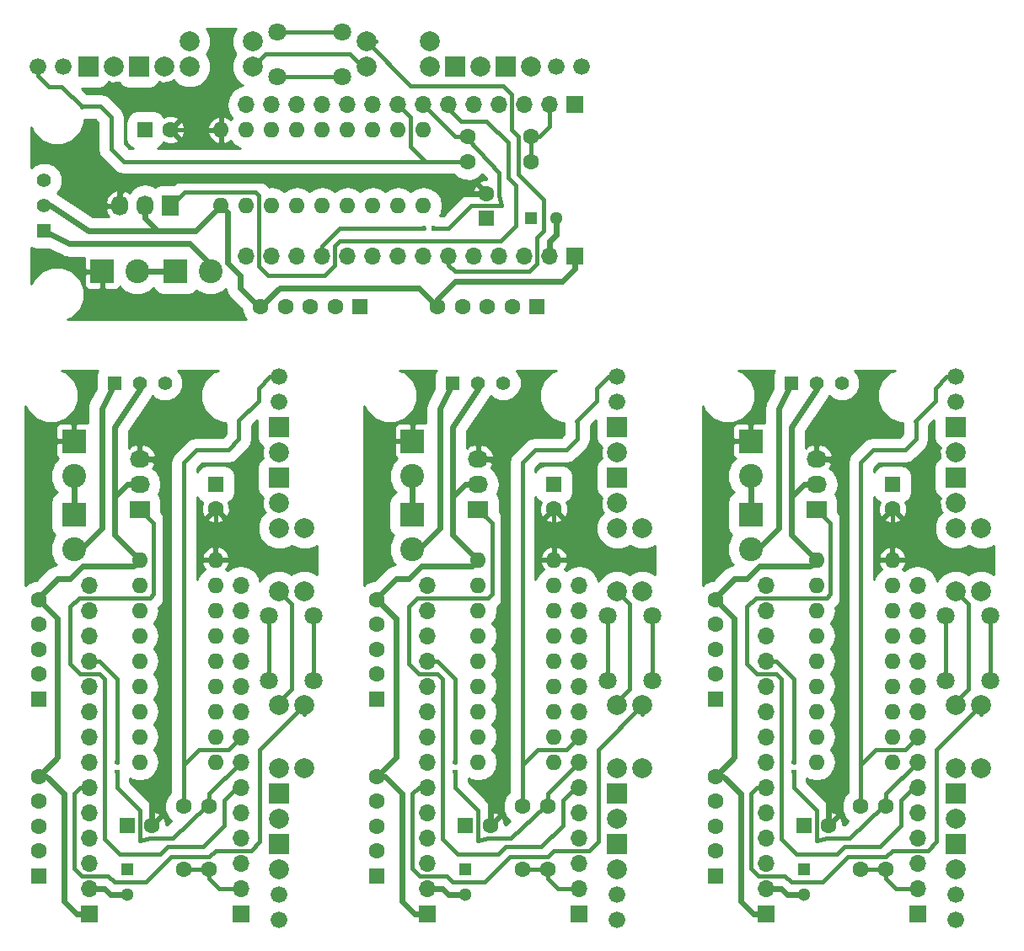
<source format=gtl>
%MOIN*%
%OFA0B0*%
%FSLAX46Y46*%
%IPPOS*%
%LPD*%
%ADD10C,0.0039370078740157488*%
%ADD11C,0.066*%
%ADD12C,0.07874015748031496*%
%ADD13R,0.07874015748031496X0.07874015748031496*%
%ADD14R,0.062992125984251982X0.062992125984251982*%
%ADD15C,0.062992125984251982*%
%ADD16R,0.066929133858267723X0.066929133858267723*%
%ADD17O,0.066929133858267723X0.066929133858267723*%
%ADD18R,0.051181102362204731X0.051181102362204731*%
%ADD19C,0.051181102362204731*%
%ADD20O,0.062992125984251982X0.062992125984251982*%
%ADD21R,0.08X0.068*%
%ADD22O,0.08X0.068*%
%ADD23R,0.055000000000000007X0.055000000000000007*%
%ADD24C,0.055000000000000007*%
%ADD25C,0.094488188976377951*%
%ADD26R,0.094488188976377951X0.094488188976377951*%
%ADD27C,0.0787*%
%ADD28C,0.070866141732283464*%
%ADD29R,0.023622047244094488X0.015748031496062995*%
%ADD30C,0.016*%
%ADD31C,0.024000000000000004*%
%ADD32C,0.01*%
%ADD43C,0.0039370078740157488*%
%ADD44C,0.066*%
%ADD45C,0.07874015748031496*%
%ADD46R,0.07874015748031496X0.07874015748031496*%
%ADD47R,0.062992125984251982X0.062992125984251982*%
%ADD48C,0.062992125984251982*%
%ADD49R,0.066929133858267723X0.066929133858267723*%
%ADD50O,0.066929133858267723X0.066929133858267723*%
%ADD51R,0.051181102362204731X0.051181102362204731*%
%ADD52C,0.051181102362204731*%
%ADD53O,0.062992125984251982X0.062992125984251982*%
%ADD54R,0.068X0.08*%
%ADD55O,0.068X0.08*%
%ADD56R,0.055000000000000007X0.055000000000000007*%
%ADD57C,0.055000000000000007*%
%ADD58C,0.094488188976377951*%
%ADD59R,0.094488188976377951X0.094488188976377951*%
%ADD60C,0.0787*%
%ADD61C,0.070866141732283464*%
%ADD62R,0.015748031496062995X0.023622047244094488*%
%ADD63C,0.016*%
%ADD64C,0.024000000000000004*%
%ADD65C,0.01*%
%ADD66C,0.0039370078740157488*%
%ADD67C,0.066*%
%ADD68C,0.07874015748031496*%
%ADD69R,0.07874015748031496X0.07874015748031496*%
%ADD70R,0.062992125984251982X0.062992125984251982*%
%ADD71C,0.062992125984251982*%
%ADD72R,0.066929133858267723X0.066929133858267723*%
%ADD73O,0.066929133858267723X0.066929133858267723*%
%ADD74R,0.051181102362204731X0.051181102362204731*%
%ADD75C,0.051181102362204731*%
%ADD76O,0.062992125984251982X0.062992125984251982*%
%ADD77R,0.08X0.068*%
%ADD78O,0.08X0.068*%
%ADD79R,0.055000000000000007X0.055000000000000007*%
%ADD80C,0.055000000000000007*%
%ADD81C,0.094488188976377951*%
%ADD82R,0.094488188976377951X0.094488188976377951*%
%ADD83C,0.0787*%
%ADD84C,0.070866141732283464*%
%ADD85R,0.023622047244094488X0.015748031496062995*%
%ADD86C,0.016*%
%ADD87C,0.024000000000000004*%
%ADD88C,0.01*%
%ADD89C,0.0039370078740157488*%
%ADD90C,0.066*%
%ADD91C,0.07874015748031496*%
%ADD92R,0.07874015748031496X0.07874015748031496*%
%ADD93R,0.062992125984251982X0.062992125984251982*%
%ADD94C,0.062992125984251982*%
%ADD95R,0.066929133858267723X0.066929133858267723*%
%ADD96O,0.066929133858267723X0.066929133858267723*%
%ADD97R,0.051181102362204731X0.051181102362204731*%
%ADD98C,0.051181102362204731*%
%ADD99O,0.062992125984251982X0.062992125984251982*%
%ADD100R,0.08X0.068*%
%ADD101O,0.08X0.068*%
%ADD102R,0.055000000000000007X0.055000000000000007*%
%ADD103C,0.055000000000000007*%
%ADD104C,0.094488188976377951*%
%ADD105R,0.094488188976377951X0.094488188976377951*%
%ADD106C,0.0787*%
%ADD107C,0.070866141732283464*%
%ADD108R,0.023622047244094488X0.015748031496062995*%
%ADD109C,0.016*%
%ADD110C,0.024000000000000004*%
%ADD111C,0.01*%
G01*
D10*
D11*
X-0004799999Y0004650000D02*
X0001050000Y0000075000D03*
X0001050000Y0000175000D03*
D12*
X0001050000Y0000475000D03*
D13*
X0001050000Y0000575000D03*
D14*
X0000100000Y0000250000D03*
D15*
X0000100000Y0000348425D03*
X0000100000Y0000446850D03*
X0000100000Y0000545275D03*
X0000100000Y0000643700D03*
D14*
X0000450000Y0000450000D03*
D15*
X0000548425Y0000450000D03*
D16*
X0000900000Y0000100000D03*
D17*
X0000900000Y0000200000D03*
X0000900000Y0000300000D03*
X0000900000Y0000400000D03*
X0000900000Y0000500000D03*
X0000900000Y0000600000D03*
X0000900000Y0000700000D03*
X0000900000Y0000800000D03*
X0000900000Y0000900000D03*
X0000900000Y0001000000D03*
X0000900000Y0001100000D03*
X0000900000Y0001200000D03*
X0000900000Y0001300000D03*
X0000900000Y0001400000D03*
D18*
X0000450000Y0000275000D03*
D19*
X0000450000Y0000176574D03*
D20*
X0000800000Y0000700000D03*
X0000800000Y0000800000D03*
X0000800000Y0000900000D03*
X0000800000Y0001000000D03*
X0000800000Y0001100000D03*
X0000800000Y0001200000D03*
X0000800000Y0001300000D03*
X0000800000Y0001400000D03*
X0000800000Y0001500000D03*
X0000500000Y0001500000D03*
X0000500000Y0001400000D03*
X0000500000Y0001300000D03*
X0000500000Y0001200000D03*
X0000500000Y0001100000D03*
X0000500000Y0001000000D03*
X0000500000Y0000900000D03*
X0000500000Y0000800000D03*
X0000500000Y0000700000D03*
D14*
X0000100000Y0000950000D03*
D15*
X0000100000Y0001048425D03*
X0000100000Y0001146850D03*
X0000100000Y0001245275D03*
X0000100000Y0001343700D03*
X0000800000Y0001701574D03*
D14*
X0000800000Y0001800000D03*
D21*
X0000500000Y0001700000D03*
D22*
X0000500000Y0001800000D03*
X0000500000Y0001900000D03*
D23*
X0000400000Y0002200000D03*
D24*
X0000500000Y0002200000D03*
X0000600000Y0002200000D03*
D25*
X0000240000Y0001832204D03*
D26*
X0000240000Y0001970000D03*
D25*
X0000240000Y0001542204D03*
D26*
X0000240000Y0001680000D03*
D12*
X0001050000Y0001725000D03*
D13*
X0001050000Y0001825000D03*
D27*
X0001050000Y0000925000D03*
X0001050000Y0000675000D03*
X0001150000Y0001375000D03*
X0001150000Y0001625000D03*
X0001150000Y0000925000D03*
X0001150000Y0000675000D03*
X0001050000Y0001375000D03*
X0001050000Y0001625000D03*
D15*
X0000775000Y0000275000D03*
X0000775000Y0000525000D03*
X0000675000Y0000275000D03*
X0000675000Y0000525000D03*
D28*
X0001011417Y0001277952D03*
X0001188582Y0001277952D03*
X0001011417Y0001022047D03*
X0001188582Y0001022047D03*
D16*
X0000300000Y0000100000D03*
D17*
X0000300000Y0000200000D03*
X0000300000Y0000300000D03*
X0000300000Y0000400000D03*
X0000300000Y0000500000D03*
X0000300000Y0000600000D03*
X0000300000Y0000700000D03*
X0000300000Y0000800000D03*
X0000300000Y0000900000D03*
X0000300000Y0001000000D03*
X0000300000Y0001100000D03*
X0000300000Y0001200000D03*
X0000300000Y0001300000D03*
X0000300000Y0001400000D03*
D29*
X0000410000Y0000697716D03*
X0000410000Y0000662283D03*
D12*
X0001050000Y0000275000D03*
D13*
X0001050000Y0000375000D03*
D12*
X0001050000Y0001925000D03*
D13*
X0001050000Y0002025000D03*
D11*
X0001050000Y0002125000D03*
X0001050000Y0002225000D03*
D30*
X0000800000Y0001500000D02*
X0000800000Y0001701574D01*
D31*
X0000450000Y0000176574D02*
X0000383425Y0000176574D01*
X0000360000Y0000200000D02*
X0000300000Y0000200000D01*
X0000383425Y0000176574D02*
X0000360000Y0000200000D01*
X0000548425Y0000450000D02*
X0000548425Y0000548425D01*
X0000550000Y0001900000D02*
X0000500000Y0001900000D01*
X0000600000Y0001850000D02*
X0000550000Y0001900000D01*
X0000600000Y0000600000D02*
X0000600000Y0001850000D01*
X0000548425Y0000548425D02*
X0000600000Y0000600000D01*
D30*
X0001185629Y0001275000D02*
X0001188582Y0001277952D01*
X0001188582Y0001277952D02*
X0001188582Y0001022047D01*
X0000425000Y0000225000D02*
X0000400000Y0000225000D01*
X0000425000Y0000225000D02*
X0000525000Y0000225000D01*
X0000525000Y0000225000D02*
X0000625000Y0000325000D01*
X0000625000Y0000325000D02*
X0000775000Y0000325000D01*
X0000975000Y0000385000D02*
X0000940000Y0000350000D01*
X0000940000Y0000350000D02*
X0000800000Y0000350000D01*
X0000800000Y0000350000D02*
X0000775000Y0000325000D01*
X0001150000Y0000925000D02*
X0000975000Y0000750000D01*
X0000975000Y0000575000D02*
X0000975000Y0000750000D01*
X0000975000Y0000575000D02*
X0000975000Y0000385000D01*
X0000265000Y0000600000D02*
X0000300000Y0000600000D01*
X0000240000Y0000575000D02*
X0000265000Y0000600000D01*
X0000240000Y0000280000D02*
X0000240000Y0000575000D01*
X0000270000Y0000250000D02*
X0000240000Y0000280000D01*
X0000375000Y0000250000D02*
X0000270000Y0000250000D01*
X0000400000Y0000225000D02*
X0000375000Y0000250000D01*
X0001150000Y0000925000D02*
X0001150000Y0000887500D01*
X0001011417Y0001277952D02*
X0001011417Y0001022047D01*
D31*
X0000240000Y0001832204D02*
X0000240000Y0001680000D01*
X0000240000Y0001542204D02*
X0000267204Y0001542204D01*
X0000267204Y0001542204D02*
X0000350000Y0001625000D01*
X0000350000Y0001625000D02*
X0000350000Y0002100000D01*
X0000350000Y0002100000D02*
X0000400000Y0002200000D01*
D30*
X0000900000Y0000500000D02*
X0000905000Y0000500000D01*
X0000900000Y0000600000D02*
X0000885000Y0000600000D01*
X0000885000Y0000600000D02*
X0000835000Y0000550000D01*
X0000835000Y0000550000D02*
X0000835000Y0000450000D01*
X0000835000Y0000450000D02*
X0000750000Y0000365000D01*
X0000750000Y0000365000D02*
X0000610000Y0000365000D01*
X0000610000Y0000365000D02*
X0000580000Y0000335000D01*
X0000580000Y0000335000D02*
X0000420000Y0000335000D01*
X0000420000Y0000335000D02*
X0000360000Y0000395000D01*
X0000360000Y0000395000D02*
X0000360000Y0001030000D01*
X0000360000Y0001030000D02*
X0000340000Y0001050000D01*
X0000340000Y0001050000D02*
X0000265000Y0001050000D01*
X0000265000Y0001050000D02*
X0000225000Y0001090000D01*
X0000225000Y0001090000D02*
X0000225000Y0001315000D01*
X0000225000Y0001315000D02*
X0000260000Y0001350000D01*
X0000260000Y0001350000D02*
X0000540000Y0001350000D01*
X0000540000Y0001350000D02*
X0000555000Y0001365000D01*
X0000555000Y0001365000D02*
X0000555000Y0001645000D01*
X0000555000Y0001645000D02*
X0000500000Y0001700000D01*
X0001050000Y0000925000D02*
X0001050000Y0000940000D01*
X0001050000Y0000940000D02*
X0001100000Y0000990000D01*
X0001100000Y0000990000D02*
X0001100000Y0001325000D01*
X0001100000Y0001325000D02*
X0001050000Y0001375000D01*
X0000775000Y0000525000D02*
X0000775000Y0000575000D01*
X0000775000Y0000575000D02*
X0000900000Y0000700000D01*
X0000410000Y0000600000D02*
X0000410000Y0000662283D01*
X0000500000Y0000510000D02*
X0000410000Y0000600000D01*
X0000775000Y0000525000D02*
X0000775000Y0000540000D01*
X0000775000Y0000525000D02*
X0000765000Y0000525000D01*
X0000765000Y0000525000D02*
X0000630000Y0000400000D01*
X0000630000Y0000400000D02*
X0000540000Y0000400000D01*
X0000540000Y0000400000D02*
X0000500000Y0000390000D01*
X0000500000Y0000390000D02*
X0000500000Y0000510000D01*
X0000675000Y0000525000D02*
X0000675000Y0000690000D01*
X0000850000Y0000750000D02*
X0000900000Y0000800000D01*
X0000735000Y0000750000D02*
X0000850000Y0000750000D01*
X0000675000Y0000690000D02*
X0000735000Y0000750000D01*
X0000892500Y0002052500D02*
X0000892500Y0001977500D01*
X0000675000Y0001875000D02*
X0000675000Y0000525000D01*
X0000675000Y0001885000D02*
X0000675000Y0001875000D01*
X0000725000Y0001935000D02*
X0000675000Y0001885000D01*
X0000850000Y0001935000D02*
X0000725000Y0001935000D01*
X0000892500Y0001977500D02*
X0000850000Y0001935000D01*
X0001050000Y0002225000D02*
X0001015000Y0002225000D01*
X0001015000Y0002225000D02*
X0000970000Y0002180000D01*
X0000675000Y0000525000D02*
X0000675000Y0000550000D01*
X0001025000Y0002225000D02*
X0001050000Y0002225000D01*
X0000970000Y0002180000D02*
X0000970000Y0002130000D01*
X0000970000Y0002130000D02*
X0000892500Y0002052500D01*
X0000892500Y0002052500D02*
X0000890000Y0002050000D01*
D31*
X0000100000Y0000643700D02*
X0000131299Y0000643700D01*
X0000131299Y0000643700D02*
X0000200000Y0000575000D01*
X0000250000Y0000100000D02*
X0000300000Y0000100000D01*
X0000200000Y0000150000D02*
X0000250000Y0000100000D01*
X0000200000Y0000575000D02*
X0000200000Y0000150000D01*
X0000100000Y0000643700D02*
X0000106299Y0000643700D01*
X0000175000Y0000800000D02*
X0000175000Y0000718700D01*
X0000175000Y0000800000D02*
X0000175000Y0001268700D01*
X0000100000Y0001343700D02*
X0000175000Y0001268700D01*
X0000175000Y0000718700D02*
X0000100000Y0000643700D01*
X0000100000Y0001343700D02*
X0000100000Y0001350000D01*
X0000100000Y0001350000D02*
X0000175000Y0001425000D01*
X0000475000Y0001475000D02*
X0000500000Y0001500000D01*
X0000275000Y0001475000D02*
X0000475000Y0001475000D01*
X0000225000Y0001425000D02*
X0000275000Y0001475000D01*
X0000175000Y0001425000D02*
X0000225000Y0001425000D01*
X0000500000Y0001800000D02*
X0000450000Y0001800000D01*
X0000450000Y0001800000D02*
X0000400000Y0001750000D01*
X0000500000Y0002200000D02*
X0000500000Y0002175000D01*
X0000500000Y0002175000D02*
X0000400000Y0002025000D01*
X0000400000Y0002025000D02*
X0000400000Y0001750000D01*
X0000400000Y0001750000D02*
X0000400000Y0001600000D01*
X0000400000Y0001600000D02*
X0000500000Y0001500000D01*
D30*
X0000775000Y0000275000D02*
X0000675000Y0000275000D01*
X0000900000Y0000200000D02*
X0000815000Y0000200000D01*
X0000775000Y0000240000D02*
X0000775000Y0000275000D01*
X0000815000Y0000200000D02*
X0000775000Y0000240000D01*
X0000410000Y0000697716D02*
X0000410000Y0001030000D01*
X0000340000Y0001100000D02*
X0000300000Y0001100000D01*
X0000410000Y0001030000D02*
X0000340000Y0001100000D01*
D32*
G36*
X0001057627Y0000075556D02*
X0001057071Y0000075000D01*
X0001057627Y0000074443D01*
X0001050556Y0000067372D01*
X0001050000Y0000067928D01*
X0001049443Y0000067372D01*
X0001042372Y0000074443D01*
X0001042928Y0000075000D01*
X0001042372Y0000075556D01*
X0001049443Y0000082627D01*
X0001050000Y0000082071D01*
X0001050556Y0000082627D01*
X0001057627Y0000075556D01*
X0001057627Y0000075556D01*
G37*
X0001057627Y0000075556D02*
X0001057071Y0000075000D01*
X0001057627Y0000074443D01*
X0001050556Y0000067372D01*
X0001050000Y0000067928D01*
X0001049443Y0000067372D01*
X0001042372Y0000074443D01*
X0001042928Y0000075000D01*
X0001042372Y0000075556D01*
X0001049443Y0000082627D01*
X0001050000Y0000082071D01*
X0001050556Y0000082627D01*
X0001057627Y0000075556D01*
G36*
X0001057627Y0000275556D02*
X0001057071Y0000275000D01*
X0001057627Y0000274443D01*
X0001050556Y0000267372D01*
X0001050000Y0000267928D01*
X0001049443Y0000267372D01*
X0001042372Y0000274443D01*
X0001042928Y0000275000D01*
X0001042372Y0000275556D01*
X0001049443Y0000282627D01*
X0001050000Y0000282071D01*
X0001050556Y0000282627D01*
X0001057627Y0000275556D01*
X0001057627Y0000275556D01*
G37*
X0001057627Y0000275556D02*
X0001057071Y0000275000D01*
X0001057627Y0000274443D01*
X0001050556Y0000267372D01*
X0001050000Y0000267928D01*
X0001049443Y0000267372D01*
X0001042372Y0000274443D01*
X0001042928Y0000275000D01*
X0001042372Y0000275556D01*
X0001049443Y0000282627D01*
X0001050000Y0000282071D01*
X0001050556Y0000282627D01*
X0001057627Y0000275556D01*
G36*
X0000788706Y0002241905D02*
X0000758201Y0002211453D01*
X0000741672Y0002171645D01*
X0000741634Y0002128543D01*
X0000758094Y0002088706D01*
X0000788546Y0002058201D01*
X0000828354Y0002041672D01*
X0000839288Y0002041662D01*
X0000840129Y0002037431D01*
X0000840129Y0001999192D01*
X0000828307Y0001987370D01*
X0000725000Y0001987370D01*
X0000704958Y0001983383D01*
X0000687968Y0001972031D01*
X0000637968Y0001922031D01*
X0000626616Y0001905041D01*
X0000622629Y0001885000D01*
X0000622629Y0000579918D01*
X0000610721Y0000568030D01*
X0000599147Y0000540156D01*
X0000599120Y0000509975D01*
X0000610646Y0000482081D01*
X0000625498Y0000467203D01*
X0000609477Y0000452370D01*
X0000604872Y0000452370D01*
X0000604322Y0000463915D01*
X0000597789Y0000479685D01*
X0000588100Y0000482603D01*
X0000557866Y0000452370D01*
X0000552370Y0000452370D01*
X0000552370Y0000461015D01*
X0000581029Y0000489675D01*
X0000578110Y0000499364D01*
X0000556959Y0000506967D01*
X0000552370Y0000506748D01*
X0000552370Y0000510000D01*
X0000548383Y0000530041D01*
X0000547822Y0000530881D01*
X0000537031Y0000547031D01*
X0000462370Y0000621692D01*
X0000462370Y0000634660D01*
X0000469481Y0000629908D01*
X0000498513Y0000624133D01*
X0000501486Y0000624133D01*
X0000530519Y0000629908D01*
X0000555131Y0000646354D01*
X0000571577Y0000670967D01*
X0000577352Y0000700000D01*
X0000571577Y0000729032D01*
X0000557567Y0000750000D01*
X0000571577Y0000770967D01*
X0000577352Y0000800000D01*
X0000571577Y0000829032D01*
X0000557567Y0000850000D01*
X0000571577Y0000870967D01*
X0000577352Y0000900000D01*
X0000571577Y0000929032D01*
X0000557567Y0000950000D01*
X0000571577Y0000970967D01*
X0000577352Y0001000000D01*
X0000571577Y0001029032D01*
X0000557567Y0001050000D01*
X0000571577Y0001070967D01*
X0000577352Y0001100000D01*
X0000571577Y0001129032D01*
X0000557567Y0001150000D01*
X0000571577Y0001170967D01*
X0000577352Y0001200000D01*
X0000571577Y0001229032D01*
X0000557567Y0001250000D01*
X0000571577Y0001270967D01*
X0000577352Y0001300000D01*
X0000575037Y0001311636D01*
X0000577031Y0001312968D01*
X0000592031Y0001327968D01*
X0000603383Y0001344958D01*
X0000605111Y0001353645D01*
X0000607370Y0001365000D01*
X0000607370Y0001645000D01*
X0000603383Y0001665041D01*
X0000602743Y0001666000D01*
X0000592031Y0001682031D01*
X0000585239Y0001688823D01*
X0000585239Y0001734000D01*
X0000582145Y0001750442D01*
X0000574707Y0001762001D01*
X0000580057Y0001770009D01*
X0000586023Y0001800000D01*
X0000580057Y0001829990D01*
X0000563068Y0001855416D01*
X0000551601Y0001863078D01*
X0000553178Y0001864486D01*
X0000563177Y0001885244D01*
X0000563281Y0001885865D01*
X0000558512Y0001895000D01*
X0000505000Y0001895000D01*
X0000505000Y0001894212D01*
X0000495000Y0001894212D01*
X0000495000Y0001895000D01*
X0000494212Y0001895000D01*
X0000494212Y0001905000D01*
X0000495000Y0001905000D01*
X0000495000Y0001952792D01*
X0000505000Y0001952792D01*
X0000505000Y0001905000D01*
X0000558512Y0001905000D01*
X0000563281Y0001914134D01*
X0000563177Y0001914755D01*
X0000553178Y0001935513D01*
X0000535996Y0001950864D01*
X0000514248Y0001958471D01*
X0000505000Y0001952792D01*
X0000495000Y0001952792D01*
X0000485751Y0001958471D01*
X0000464003Y0001950864D01*
X0000456370Y0001944044D01*
X0000456370Y0002007932D01*
X0000546902Y0002143731D01*
X0000547983Y0002146349D01*
X0000549998Y0002148360D01*
X0000559235Y0002139107D01*
X0000585641Y0002128142D01*
X0000614233Y0002128117D01*
X0000640657Y0002139035D01*
X0000660892Y0002159235D01*
X0000671857Y0002185641D01*
X0000671882Y0002214233D01*
X0000660964Y0002240657D01*
X0000651009Y0002250629D01*
X0000809822Y0002250629D01*
X0000788706Y0002241905D01*
X0000788706Y0002241905D01*
G37*
X0000788706Y0002241905D02*
X0000758201Y0002211453D01*
X0000741672Y0002171645D01*
X0000741634Y0002128543D01*
X0000758094Y0002088706D01*
X0000788546Y0002058201D01*
X0000828354Y0002041672D01*
X0000839288Y0002041662D01*
X0000840129Y0002037431D01*
X0000840129Y0001999192D01*
X0000828307Y0001987370D01*
X0000725000Y0001987370D01*
X0000704958Y0001983383D01*
X0000687968Y0001972031D01*
X0000637968Y0001922031D01*
X0000626616Y0001905041D01*
X0000622629Y0001885000D01*
X0000622629Y0000579918D01*
X0000610721Y0000568030D01*
X0000599147Y0000540156D01*
X0000599120Y0000509975D01*
X0000610646Y0000482081D01*
X0000625498Y0000467203D01*
X0000609477Y0000452370D01*
X0000604872Y0000452370D01*
X0000604322Y0000463915D01*
X0000597789Y0000479685D01*
X0000588100Y0000482603D01*
X0000557866Y0000452370D01*
X0000552370Y0000452370D01*
X0000552370Y0000461015D01*
X0000581029Y0000489675D01*
X0000578110Y0000499364D01*
X0000556959Y0000506967D01*
X0000552370Y0000506748D01*
X0000552370Y0000510000D01*
X0000548383Y0000530041D01*
X0000547822Y0000530881D01*
X0000537031Y0000547031D01*
X0000462370Y0000621692D01*
X0000462370Y0000634660D01*
X0000469481Y0000629908D01*
X0000498513Y0000624133D01*
X0000501486Y0000624133D01*
X0000530519Y0000629908D01*
X0000555131Y0000646354D01*
X0000571577Y0000670967D01*
X0000577352Y0000700000D01*
X0000571577Y0000729032D01*
X0000557567Y0000750000D01*
X0000571577Y0000770967D01*
X0000577352Y0000800000D01*
X0000571577Y0000829032D01*
X0000557567Y0000850000D01*
X0000571577Y0000870967D01*
X0000577352Y0000900000D01*
X0000571577Y0000929032D01*
X0000557567Y0000950000D01*
X0000571577Y0000970967D01*
X0000577352Y0001000000D01*
X0000571577Y0001029032D01*
X0000557567Y0001050000D01*
X0000571577Y0001070967D01*
X0000577352Y0001100000D01*
X0000571577Y0001129032D01*
X0000557567Y0001150000D01*
X0000571577Y0001170967D01*
X0000577352Y0001200000D01*
X0000571577Y0001229032D01*
X0000557567Y0001250000D01*
X0000571577Y0001270967D01*
X0000577352Y0001300000D01*
X0000575037Y0001311636D01*
X0000577031Y0001312968D01*
X0000592031Y0001327968D01*
X0000603383Y0001344958D01*
X0000605111Y0001353645D01*
X0000607370Y0001365000D01*
X0000607370Y0001645000D01*
X0000603383Y0001665041D01*
X0000602743Y0001666000D01*
X0000592031Y0001682031D01*
X0000585239Y0001688823D01*
X0000585239Y0001734000D01*
X0000582145Y0001750442D01*
X0000574707Y0001762001D01*
X0000580057Y0001770009D01*
X0000586023Y0001800000D01*
X0000580057Y0001829990D01*
X0000563068Y0001855416D01*
X0000551601Y0001863078D01*
X0000553178Y0001864486D01*
X0000563177Y0001885244D01*
X0000563281Y0001885865D01*
X0000558512Y0001895000D01*
X0000505000Y0001895000D01*
X0000505000Y0001894212D01*
X0000495000Y0001894212D01*
X0000495000Y0001895000D01*
X0000494212Y0001895000D01*
X0000494212Y0001905000D01*
X0000495000Y0001905000D01*
X0000495000Y0001952792D01*
X0000505000Y0001952792D01*
X0000505000Y0001905000D01*
X0000558512Y0001905000D01*
X0000563281Y0001914134D01*
X0000563177Y0001914755D01*
X0000553178Y0001935513D01*
X0000535996Y0001950864D01*
X0000514248Y0001958471D01*
X0000505000Y0001952792D01*
X0000495000Y0001952792D01*
X0000485751Y0001958471D01*
X0000464003Y0001950864D01*
X0000456370Y0001944044D01*
X0000456370Y0002007932D01*
X0000546902Y0002143731D01*
X0000547983Y0002146349D01*
X0000549998Y0002148360D01*
X0000559235Y0002139107D01*
X0000585641Y0002128142D01*
X0000614233Y0002128117D01*
X0000640657Y0002139035D01*
X0000660892Y0002159235D01*
X0000671857Y0002185641D01*
X0000671882Y0002214233D01*
X0000660964Y0002240657D01*
X0000651009Y0002250629D01*
X0000809822Y0002250629D01*
X0000788706Y0002241905D01*
G36*
X0001057627Y0000475556D02*
X0001057071Y0000475000D01*
X0001057627Y0000474443D01*
X0001050556Y0000467372D01*
X0001050000Y0000467928D01*
X0001049443Y0000467372D01*
X0001042372Y0000474443D01*
X0001042928Y0000475000D01*
X0001042372Y0000475556D01*
X0001049443Y0000482627D01*
X0001050000Y0000482071D01*
X0001050556Y0000482627D01*
X0001057627Y0000475556D01*
X0001057627Y0000475556D01*
G37*
X0001057627Y0000475556D02*
X0001057071Y0000475000D01*
X0001057627Y0000474443D01*
X0001050556Y0000467372D01*
X0001050000Y0000467928D01*
X0001049443Y0000467372D01*
X0001042372Y0000474443D01*
X0001042928Y0000475000D01*
X0001042372Y0000475556D01*
X0001049443Y0000482627D01*
X0001050000Y0000482071D01*
X0001050556Y0000482627D01*
X0001057627Y0000475556D01*
G36*
X0001196210Y0001022604D02*
X0001195653Y0001022047D01*
X0001196210Y0001021490D01*
X0001189139Y0001014419D01*
X0001188582Y0001014976D01*
X0001188025Y0001014419D01*
X0001180954Y0001021490D01*
X0001181511Y0001022047D01*
X0001180954Y0001022604D01*
X0001188025Y0001029675D01*
X0001188582Y0001029118D01*
X0001189139Y0001029675D01*
X0001196210Y0001022604D01*
X0001196210Y0001022604D01*
G37*
X0001196210Y0001022604D02*
X0001195653Y0001022047D01*
X0001196210Y0001021490D01*
X0001189139Y0001014419D01*
X0001188582Y0001014976D01*
X0001188025Y0001014419D01*
X0001180954Y0001021490D01*
X0001181511Y0001022047D01*
X0001180954Y0001022604D01*
X0001188025Y0001029675D01*
X0001188582Y0001029118D01*
X0001189139Y0001029675D01*
X0001196210Y0001022604D01*
G36*
X0001196210Y0001278509D02*
X0001195653Y0001277952D01*
X0001196210Y0001277395D01*
X0001189139Y0001270324D01*
X0001188582Y0001270881D01*
X0001188025Y0001270324D01*
X0001180954Y0001277395D01*
X0001181511Y0001277952D01*
X0001180954Y0001278509D01*
X0001188025Y0001285580D01*
X0001188582Y0001285023D01*
X0001189139Y0001285580D01*
X0001196210Y0001278509D01*
X0001196210Y0001278509D01*
G37*
X0001196210Y0001278509D02*
X0001195653Y0001277952D01*
X0001196210Y0001277395D01*
X0001189139Y0001270324D01*
X0001188582Y0001270881D01*
X0001188025Y0001270324D01*
X0001180954Y0001277395D01*
X0001181511Y0001277952D01*
X0001180954Y0001278509D01*
X0001188025Y0001285580D01*
X0001188582Y0001285023D01*
X0001189139Y0001285580D01*
X0001196210Y0001278509D01*
G36*
X0000330824Y0002245100D02*
X0000327260Y0002227500D01*
X0000327260Y0002180568D01*
X0000299581Y0002125209D01*
X0000299046Y0002123255D01*
X0000297920Y0002121571D01*
X0000296158Y0002112710D01*
X0000293771Y0002103996D01*
X0000294025Y0002101986D01*
X0000293629Y0002100000D01*
X0000293629Y0002041658D01*
X0000292216Y0002042244D01*
X0000251250Y0002042244D01*
X0000245000Y0002035994D01*
X0000245000Y0001975000D01*
X0000245787Y0001975000D01*
X0000245787Y0001965000D01*
X0000245000Y0001965000D01*
X0000245000Y0001964212D01*
X0000235000Y0001964212D01*
X0000235000Y0001965000D01*
X0000174005Y0001965000D01*
X0000167755Y0001958750D01*
X0000167755Y0001917783D01*
X0000171561Y0001908594D01*
X0000178594Y0001901561D01*
X0000179448Y0001901208D01*
X0000162378Y0001884167D01*
X0000148401Y0001850507D01*
X0000148370Y0001814061D01*
X0000162288Y0001780377D01*
X0000174452Y0001768191D01*
X0000161211Y0001759672D01*
X0000151080Y0001744844D01*
X0000147516Y0001727244D01*
X0000147516Y0001632755D01*
X0000150610Y0001616313D01*
X0000160328Y0001601211D01*
X0000165734Y0001597517D01*
X0000162378Y0001594167D01*
X0000148401Y0001560507D01*
X0000148370Y0001524061D01*
X0000162288Y0001490377D01*
X0000171895Y0001480752D01*
X0000153428Y0001477079D01*
X0000135140Y0001464859D01*
X0000089856Y0001419575D01*
X0000084975Y0001419580D01*
X0000057081Y0001408054D01*
X0000049370Y0001400356D01*
X0000049370Y0002022216D01*
X0000167755Y0002022216D01*
X0000167755Y0001981250D01*
X0000174005Y0001975000D01*
X0000235000Y0001975000D01*
X0000235000Y0002035994D01*
X0000228750Y0002042244D01*
X0000187783Y0002042244D01*
X0000178594Y0002038438D01*
X0000171561Y0002031405D01*
X0000167755Y0002022216D01*
X0000049370Y0002022216D01*
X0000049370Y0002109822D01*
X0000058094Y0002088706D01*
X0000088546Y0002058201D01*
X0000128354Y0002041672D01*
X0000171456Y0002041634D01*
X0000211293Y0002058094D01*
X0000241798Y0002088546D01*
X0000258327Y0002128354D01*
X0000258365Y0002171456D01*
X0000241905Y0002211293D01*
X0000211453Y0002241798D01*
X0000190184Y0002250629D01*
X0000334602Y0002250629D01*
X0000330824Y0002245100D01*
X0000330824Y0002245100D01*
G37*
X0000330824Y0002245100D02*
X0000327260Y0002227500D01*
X0000327260Y0002180568D01*
X0000299581Y0002125209D01*
X0000299046Y0002123255D01*
X0000297920Y0002121571D01*
X0000296158Y0002112710D01*
X0000293771Y0002103996D01*
X0000294025Y0002101986D01*
X0000293629Y0002100000D01*
X0000293629Y0002041658D01*
X0000292216Y0002042244D01*
X0000251250Y0002042244D01*
X0000245000Y0002035994D01*
X0000245000Y0001975000D01*
X0000245787Y0001975000D01*
X0000245787Y0001965000D01*
X0000245000Y0001965000D01*
X0000245000Y0001964212D01*
X0000235000Y0001964212D01*
X0000235000Y0001965000D01*
X0000174005Y0001965000D01*
X0000167755Y0001958750D01*
X0000167755Y0001917783D01*
X0000171561Y0001908594D01*
X0000178594Y0001901561D01*
X0000179448Y0001901208D01*
X0000162378Y0001884167D01*
X0000148401Y0001850507D01*
X0000148370Y0001814061D01*
X0000162288Y0001780377D01*
X0000174452Y0001768191D01*
X0000161211Y0001759672D01*
X0000151080Y0001744844D01*
X0000147516Y0001727244D01*
X0000147516Y0001632755D01*
X0000150610Y0001616313D01*
X0000160328Y0001601211D01*
X0000165734Y0001597517D01*
X0000162378Y0001594167D01*
X0000148401Y0001560507D01*
X0000148370Y0001524061D01*
X0000162288Y0001490377D01*
X0000171895Y0001480752D01*
X0000153428Y0001477079D01*
X0000135140Y0001464859D01*
X0000089856Y0001419575D01*
X0000084975Y0001419580D01*
X0000057081Y0001408054D01*
X0000049370Y0001400356D01*
X0000049370Y0002022216D01*
X0000167755Y0002022216D01*
X0000167755Y0001981250D01*
X0000174005Y0001975000D01*
X0000235000Y0001975000D01*
X0000235000Y0002035994D01*
X0000228750Y0002042244D01*
X0000187783Y0002042244D01*
X0000178594Y0002038438D01*
X0000171561Y0002031405D01*
X0000167755Y0002022216D01*
X0000049370Y0002022216D01*
X0000049370Y0002109822D01*
X0000058094Y0002088706D01*
X0000088546Y0002058201D01*
X0000128354Y0002041672D01*
X0000171456Y0002041634D01*
X0000211293Y0002058094D01*
X0000241798Y0002088546D01*
X0000258327Y0002128354D01*
X0000258365Y0002171456D01*
X0000241905Y0002211293D01*
X0000211453Y0002241798D01*
X0000190184Y0002250629D01*
X0000334602Y0002250629D01*
X0000330824Y0002245100D01*
G36*
X0000965390Y0001985629D02*
X0000968484Y0001969187D01*
X0000978202Y0001954085D01*
X0000989315Y0001946492D01*
X0000985200Y0001935414D01*
X0000986147Y0001909824D01*
X0000988921Y0001903127D01*
X0000979085Y0001896797D01*
X0000968954Y0001881970D01*
X0000965390Y0001864370D01*
X0000965390Y0001785629D01*
X0000968484Y0001769187D01*
X0000978202Y0001754085D01*
X0000989315Y0001746492D01*
X0000985200Y0001735414D01*
X0000986147Y0001709824D01*
X0000994118Y0001690580D01*
X0000996362Y0001689750D01*
X0000979067Y0001672485D01*
X0000966294Y0001641726D01*
X0000966265Y0001608420D01*
X0000978984Y0001577638D01*
X0001002514Y0001554066D01*
X0001033274Y0001541294D01*
X0001066579Y0001541265D01*
X0001097361Y0001553984D01*
X0001099983Y0001556601D01*
X0001102514Y0001554066D01*
X0001133274Y0001541294D01*
X0001166579Y0001541265D01*
X0001197361Y0001553984D01*
X0001200629Y0001557246D01*
X0001200629Y0001442783D01*
X0001197485Y0001445933D01*
X0001166726Y0001458705D01*
X0001133420Y0001458734D01*
X0001102638Y0001446015D01*
X0001100016Y0001443398D01*
X0001097485Y0001445933D01*
X0001066726Y0001458705D01*
X0001033420Y0001458734D01*
X0001002638Y0001446015D01*
X0000979067Y0001422485D01*
X0000976240Y0001415679D01*
X0000973434Y0001429786D01*
X0000956562Y0001455037D01*
X0000931310Y0001471909D01*
X0000901524Y0001477834D01*
X0000898475Y0001477834D01*
X0000868689Y0001471909D01*
X0000848243Y0001458248D01*
X0000841204Y0001462951D01*
X0000848466Y0001470967D01*
X0000854799Y0001486258D01*
X0000849996Y0001495000D01*
X0000805000Y0001495000D01*
X0000805000Y0001494212D01*
X0000795000Y0001494212D01*
X0000795000Y0001495000D01*
X0000750003Y0001495000D01*
X0000745200Y0001486258D01*
X0000751533Y0001470967D01*
X0000758795Y0001462951D01*
X0000744868Y0001453645D01*
X0000728422Y0001429032D01*
X0000727370Y0001423741D01*
X0000727370Y0001513741D01*
X0000745200Y0001513741D01*
X0000750003Y0001505000D01*
X0000795000Y0001505000D01*
X0000795000Y0001550024D01*
X0000805000Y0001550024D01*
X0000805000Y0001505000D01*
X0000849996Y0001505000D01*
X0000854799Y0001513741D01*
X0000848466Y0001529032D01*
X0000833666Y0001545369D01*
X0000813741Y0001554799D01*
X0000805000Y0001550024D01*
X0000795000Y0001550024D01*
X0000786258Y0001554799D01*
X0000766333Y0001545369D01*
X0000751533Y0001529032D01*
X0000745200Y0001513741D01*
X0000727370Y0001513741D01*
X0000727370Y0001661899D01*
X0000767396Y0001661899D01*
X0000770314Y0001652210D01*
X0000791465Y0001644607D01*
X0000813915Y0001645678D01*
X0000829685Y0001652210D01*
X0000832603Y0001661899D01*
X0000800000Y0001694503D01*
X0000767396Y0001661899D01*
X0000727370Y0001661899D01*
X0000727370Y0001750489D01*
X0000736076Y0001736959D01*
X0000749409Y0001727849D01*
X0000743032Y0001710109D01*
X0000744103Y0001687659D01*
X0000750635Y0001671889D01*
X0000760325Y0001668970D01*
X0000792928Y0001701574D01*
X0000792372Y0001702131D01*
X0000799443Y0001709202D01*
X0000800000Y0001708645D01*
X0000800556Y0001709202D01*
X0000807627Y0001702131D01*
X0000807071Y0001701574D01*
X0000839675Y0001668970D01*
X0000849364Y0001671889D01*
X0000856967Y0001693040D01*
X0000855896Y0001715490D01*
X0000850667Y0001728114D01*
X0000863040Y0001736076D01*
X0000873171Y0001750903D01*
X0000876735Y0001768503D01*
X0000876735Y0001831496D01*
X0000873641Y0001847938D01*
X0000863924Y0001863040D01*
X0000849096Y0001873171D01*
X0000831496Y0001876735D01*
X0000768503Y0001876735D01*
X0000752061Y0001873641D01*
X0000736959Y0001863923D01*
X0000727370Y0001849888D01*
X0000727370Y0001863307D01*
X0000746692Y0001882629D01*
X0000850000Y0001882629D01*
X0000870041Y0001886616D01*
X0000887031Y0001897968D01*
X0000929531Y0001940468D01*
X0000940883Y0001957458D01*
X0000944870Y0001977500D01*
X0000944870Y0002030807D01*
X0000965390Y0002051328D01*
X0000965390Y0001985629D01*
X0000965390Y0001985629D01*
G37*
X0000965390Y0001985629D02*
X0000968484Y0001969187D01*
X0000978202Y0001954085D01*
X0000989315Y0001946492D01*
X0000985200Y0001935414D01*
X0000986147Y0001909824D01*
X0000988921Y0001903127D01*
X0000979085Y0001896797D01*
X0000968954Y0001881970D01*
X0000965390Y0001864370D01*
X0000965390Y0001785629D01*
X0000968484Y0001769187D01*
X0000978202Y0001754085D01*
X0000989315Y0001746492D01*
X0000985200Y0001735414D01*
X0000986147Y0001709824D01*
X0000994118Y0001690580D01*
X0000996362Y0001689750D01*
X0000979067Y0001672485D01*
X0000966294Y0001641726D01*
X0000966265Y0001608420D01*
X0000978984Y0001577638D01*
X0001002514Y0001554066D01*
X0001033274Y0001541294D01*
X0001066579Y0001541265D01*
X0001097361Y0001553984D01*
X0001099983Y0001556601D01*
X0001102514Y0001554066D01*
X0001133274Y0001541294D01*
X0001166579Y0001541265D01*
X0001197361Y0001553984D01*
X0001200629Y0001557246D01*
X0001200629Y0001442783D01*
X0001197485Y0001445933D01*
X0001166726Y0001458705D01*
X0001133420Y0001458734D01*
X0001102638Y0001446015D01*
X0001100016Y0001443398D01*
X0001097485Y0001445933D01*
X0001066726Y0001458705D01*
X0001033420Y0001458734D01*
X0001002638Y0001446015D01*
X0000979067Y0001422485D01*
X0000976240Y0001415679D01*
X0000973434Y0001429786D01*
X0000956562Y0001455037D01*
X0000931310Y0001471909D01*
X0000901524Y0001477834D01*
X0000898475Y0001477834D01*
X0000868689Y0001471909D01*
X0000848243Y0001458248D01*
X0000841204Y0001462951D01*
X0000848466Y0001470967D01*
X0000854799Y0001486258D01*
X0000849996Y0001495000D01*
X0000805000Y0001495000D01*
X0000805000Y0001494212D01*
X0000795000Y0001494212D01*
X0000795000Y0001495000D01*
X0000750003Y0001495000D01*
X0000745200Y0001486258D01*
X0000751533Y0001470967D01*
X0000758795Y0001462951D01*
X0000744868Y0001453645D01*
X0000728422Y0001429032D01*
X0000727370Y0001423741D01*
X0000727370Y0001513741D01*
X0000745200Y0001513741D01*
X0000750003Y0001505000D01*
X0000795000Y0001505000D01*
X0000795000Y0001550024D01*
X0000805000Y0001550024D01*
X0000805000Y0001505000D01*
X0000849996Y0001505000D01*
X0000854799Y0001513741D01*
X0000848466Y0001529032D01*
X0000833666Y0001545369D01*
X0000813741Y0001554799D01*
X0000805000Y0001550024D01*
X0000795000Y0001550024D01*
X0000786258Y0001554799D01*
X0000766333Y0001545369D01*
X0000751533Y0001529032D01*
X0000745200Y0001513741D01*
X0000727370Y0001513741D01*
X0000727370Y0001661899D01*
X0000767396Y0001661899D01*
X0000770314Y0001652210D01*
X0000791465Y0001644607D01*
X0000813915Y0001645678D01*
X0000829685Y0001652210D01*
X0000832603Y0001661899D01*
X0000800000Y0001694503D01*
X0000767396Y0001661899D01*
X0000727370Y0001661899D01*
X0000727370Y0001750489D01*
X0000736076Y0001736959D01*
X0000749409Y0001727849D01*
X0000743032Y0001710109D01*
X0000744103Y0001687659D01*
X0000750635Y0001671889D01*
X0000760325Y0001668970D01*
X0000792928Y0001701574D01*
X0000792372Y0001702131D01*
X0000799443Y0001709202D01*
X0000800000Y0001708645D01*
X0000800556Y0001709202D01*
X0000807627Y0001702131D01*
X0000807071Y0001701574D01*
X0000839675Y0001668970D01*
X0000849364Y0001671889D01*
X0000856967Y0001693040D01*
X0000855896Y0001715490D01*
X0000850667Y0001728114D01*
X0000863040Y0001736076D01*
X0000873171Y0001750903D01*
X0000876735Y0001768503D01*
X0000876735Y0001831496D01*
X0000873641Y0001847938D01*
X0000863924Y0001863040D01*
X0000849096Y0001873171D01*
X0000831496Y0001876735D01*
X0000768503Y0001876735D01*
X0000752061Y0001873641D01*
X0000736959Y0001863923D01*
X0000727370Y0001849888D01*
X0000727370Y0001863307D01*
X0000746692Y0001882629D01*
X0000850000Y0001882629D01*
X0000870041Y0001886616D01*
X0000887031Y0001897968D01*
X0000929531Y0001940468D01*
X0000940883Y0001957458D01*
X0000944870Y0001977500D01*
X0000944870Y0002030807D01*
X0000965390Y0002051328D01*
X0000965390Y0001985629D01*
G36*
X0001057627Y0001725556D02*
X0001057071Y0001725000D01*
X0001057627Y0001724443D01*
X0001050556Y0001717372D01*
X0001050000Y0001717928D01*
X0001049443Y0001717372D01*
X0001042372Y0001724443D01*
X0001042928Y0001725000D01*
X0001042372Y0001725556D01*
X0001049443Y0001732627D01*
X0001050000Y0001732071D01*
X0001050556Y0001732627D01*
X0001057627Y0001725556D01*
X0001057627Y0001725556D01*
G37*
X0001057627Y0001725556D02*
X0001057071Y0001725000D01*
X0001057627Y0001724443D01*
X0001050556Y0001717372D01*
X0001050000Y0001717928D01*
X0001049443Y0001717372D01*
X0001042372Y0001724443D01*
X0001042928Y0001725000D01*
X0001042372Y0001725556D01*
X0001049443Y0001732627D01*
X0001050000Y0001732071D01*
X0001050556Y0001732627D01*
X0001057627Y0001725556D01*
G36*
X0001057627Y0001925556D02*
X0001057071Y0001925000D01*
X0001057627Y0001924443D01*
X0001050556Y0001917372D01*
X0001050000Y0001917928D01*
X0001049443Y0001917372D01*
X0001042372Y0001924443D01*
X0001042928Y0001925000D01*
X0001042372Y0001925556D01*
X0001049443Y0001932627D01*
X0001050000Y0001932071D01*
X0001050556Y0001932627D01*
X0001057627Y0001925556D01*
X0001057627Y0001925556D01*
G37*
X0001057627Y0001925556D02*
X0001057071Y0001925000D01*
X0001057627Y0001924443D01*
X0001050556Y0001917372D01*
X0001050000Y0001917928D01*
X0001049443Y0001917372D01*
X0001042372Y0001924443D01*
X0001042928Y0001925000D01*
X0001042372Y0001925556D01*
X0001049443Y0001932627D01*
X0001050000Y0001932071D01*
X0001050556Y0001932627D01*
X0001057627Y0001925556D01*
G36*
X0001057627Y0002125556D02*
X0001057071Y0002125000D01*
X0001057627Y0002124443D01*
X0001050556Y0002117372D01*
X0001050000Y0002117928D01*
X0001049443Y0002117372D01*
X0001042372Y0002124443D01*
X0001042928Y0002125000D01*
X0001042372Y0002125556D01*
X0001049443Y0002132627D01*
X0001050000Y0002132071D01*
X0001050556Y0002132627D01*
X0001057627Y0002125556D01*
X0001057627Y0002125556D01*
G37*
X0001057627Y0002125556D02*
X0001057071Y0002125000D01*
X0001057627Y0002124443D01*
X0001050556Y0002117372D01*
X0001050000Y0002117928D01*
X0001049443Y0002117372D01*
X0001042372Y0002124443D01*
X0001042928Y0002125000D01*
X0001042372Y0002125556D01*
X0001049443Y0002132627D01*
X0001050000Y0002132071D01*
X0001050556Y0002132627D01*
X0001057627Y0002125556D01*
G04 next file*
G04 #@! TF.FileFunction,Copper,L1,Top,Signal*
G04 Gerber Fmt 4.6, Leading zero omitted, Abs format (unit mm)*
G04 Created by KiCad (PCBNEW 4.0.6) date 11/20/19 08:45:12*
G01*
G04 APERTURE LIST*
G04 APERTURE END LIST*
D43*
D44*
X-0002327165Y-0002398425D02*
X0002247834Y0003451574D03*
X0002147834Y0003451574D03*
D45*
X0001847834Y0003451574D03*
D46*
X0001747834Y0003451574D03*
D47*
X0002072834Y0002501574D03*
D48*
X0001974409Y0002501574D03*
X0001875984Y0002501574D03*
X0001777559Y0002501574D03*
X0001679133Y0002501574D03*
D47*
X0001872834Y0002851574D03*
D48*
X0001872834Y0002950000D03*
D49*
X0002222834Y0003301574D03*
D50*
X0002122834Y0003301574D03*
X0002022834Y0003301574D03*
X0001922834Y0003301574D03*
X0001822834Y0003301574D03*
X0001722834Y0003301574D03*
X0001622834Y0003301574D03*
X0001522834Y0003301574D03*
X0001422834Y0003301574D03*
X0001322834Y0003301574D03*
X0001222834Y0003301574D03*
X0001122834Y0003301574D03*
X0001022834Y0003301574D03*
X0000922834Y0003301574D03*
D51*
X0002047834Y0002851574D03*
D52*
X0002146259Y0002851574D03*
D53*
X0001622834Y0003201574D03*
X0001522834Y0003201574D03*
X0001422834Y0003201574D03*
X0001322834Y0003201574D03*
X0001222834Y0003201574D03*
X0001122834Y0003201574D03*
X0001022834Y0003201574D03*
X0000922834Y0003201574D03*
X0000822834Y0003201574D03*
X0000822834Y0002901574D03*
X0000922834Y0002901574D03*
X0001022834Y0002901574D03*
X0001122834Y0002901574D03*
X0001222834Y0002901574D03*
X0001322834Y0002901574D03*
X0001422834Y0002901574D03*
X0001522834Y0002901574D03*
X0001622834Y0002901574D03*
D47*
X0001372834Y0002501574D03*
D48*
X0001274409Y0002501574D03*
X0001175984Y0002501574D03*
X0001077559Y0002501574D03*
X0000979133Y0002501574D03*
X0000621259Y0003201574D03*
D47*
X0000522834Y0003201574D03*
D54*
X0000622834Y0002901574D03*
D55*
X0000522834Y0002901574D03*
X0000422834Y0002901574D03*
D56*
X0000122834Y0002801574D03*
D57*
X0000122834Y0002901574D03*
X0000122834Y0003001574D03*
D58*
X0000490629Y0002641574D03*
D59*
X0000352834Y0002641574D03*
D58*
X0000780629Y0002641574D03*
D59*
X0000642834Y0002641574D03*
D45*
X0000597834Y0003451574D03*
D46*
X0000497834Y0003451574D03*
D60*
X0001397834Y0003451574D03*
X0001647834Y0003451574D03*
X0000947834Y0003551574D03*
X0000697834Y0003551574D03*
X0001397834Y0003551574D03*
X0001647834Y0003551574D03*
X0000947834Y0003451574D03*
X0000697834Y0003451574D03*
D48*
X0002047834Y0003176574D03*
X0001797834Y0003176574D03*
X0002047834Y0003076574D03*
X0001797834Y0003076574D03*
D61*
X0001044881Y0003412992D03*
X0001044881Y0003590157D03*
X0001300787Y0003412992D03*
X0001300787Y0003590157D03*
D49*
X0002222834Y0002701574D03*
D50*
X0002122834Y0002701574D03*
X0002022834Y0002701574D03*
X0001922834Y0002701574D03*
X0001822834Y0002701574D03*
X0001722834Y0002701574D03*
X0001622834Y0002701574D03*
X0001522834Y0002701574D03*
X0001422834Y0002701574D03*
X0001322834Y0002701574D03*
X0001222834Y0002701574D03*
X0001122834Y0002701574D03*
X0001022834Y0002701574D03*
X0000922834Y0002701574D03*
D62*
X0001625118Y0002811574D03*
X0001660551Y0002811574D03*
D45*
X0002047834Y0003451574D03*
D46*
X0001947834Y0003451574D03*
D45*
X0000397834Y0003451574D03*
D46*
X0000297834Y0003451574D03*
D44*
X0000197834Y0003451574D03*
X0000097834Y0003451574D03*
D63*
X0000822834Y0003201574D02*
X0000621259Y0003201574D01*
D64*
X0002146259Y0002851574D02*
X0002146259Y0002785000D01*
X0002122834Y0002761574D02*
X0002122834Y0002701574D01*
X0002146259Y0002785000D02*
X0002122834Y0002761574D01*
X0001872834Y0002950000D02*
X0001774409Y0002950000D01*
X0000422834Y0002951574D02*
X0000422834Y0002901574D01*
X0000472834Y0003001574D02*
X0000422834Y0002951574D01*
X0001722834Y0003001574D02*
X0000472834Y0003001574D01*
X0001774409Y0002950000D02*
X0001722834Y0003001574D01*
D63*
X0001047834Y0003587204D02*
X0001044881Y0003590157D01*
X0001044881Y0003590157D02*
X0001300787Y0003590157D01*
X0002097834Y0002826574D02*
X0002097834Y0002801574D01*
X0002097834Y0002826574D02*
X0002097834Y0002926574D01*
X0002097834Y0002926574D02*
X0001997834Y0003026574D01*
X0001997834Y0003026574D02*
X0001997834Y0003176574D01*
X0001937834Y0003376574D02*
X0001972834Y0003341574D01*
X0001972834Y0003341574D02*
X0001972834Y0003201574D01*
X0001972834Y0003201574D02*
X0001997834Y0003176574D01*
X0001397834Y0003551574D02*
X0001572834Y0003376574D01*
X0001747834Y0003376574D02*
X0001572834Y0003376574D01*
X0001747834Y0003376574D02*
X0001937834Y0003376574D01*
X0001722834Y0002666574D02*
X0001722834Y0002701574D01*
X0001747834Y0002641574D02*
X0001722834Y0002666574D01*
X0002042834Y0002641574D02*
X0001747834Y0002641574D01*
X0002072834Y0002671574D02*
X0002042834Y0002641574D01*
X0002072834Y0002776574D02*
X0002072834Y0002671574D01*
X0002097834Y0002801574D02*
X0002072834Y0002776574D01*
X0001397834Y0003551574D02*
X0001435334Y0003551574D01*
X0001044881Y0003412992D02*
X0001300787Y0003412992D01*
D64*
X0000490629Y0002641574D02*
X0000642834Y0002641574D01*
X0000780629Y0002641574D02*
X0000780629Y0002668779D01*
X0000780629Y0002668779D02*
X0000697834Y0002751574D01*
X0000697834Y0002751574D02*
X0000222834Y0002751574D01*
X0000222834Y0002751574D02*
X0000122834Y0002801574D01*
D63*
X0001822834Y0003301574D02*
X0001822834Y0003306574D01*
X0001722834Y0003301574D02*
X0001722834Y0003286574D01*
X0001722834Y0003286574D02*
X0001772834Y0003236574D01*
X0001772834Y0003236574D02*
X0001872834Y0003236574D01*
X0001872834Y0003236574D02*
X0001957834Y0003151574D01*
X0001957834Y0003151574D02*
X0001957834Y0003011574D01*
X0001957834Y0003011574D02*
X0001987834Y0002981574D01*
X0001987834Y0002981574D02*
X0001987834Y0002821574D01*
X0001987834Y0002821574D02*
X0001927834Y0002761574D01*
X0001927834Y0002761574D02*
X0001292834Y0002761574D01*
X0001292834Y0002761574D02*
X0001272834Y0002741574D01*
X0001272834Y0002741574D02*
X0001272834Y0002666574D01*
X0001272834Y0002666574D02*
X0001232834Y0002626574D01*
X0001232834Y0002626574D02*
X0001007834Y0002626574D01*
X0001007834Y0002626574D02*
X0000972834Y0002661574D01*
X0000972834Y0002661574D02*
X0000972834Y0002941574D01*
X0000972834Y0002941574D02*
X0000957834Y0002956574D01*
X0000957834Y0002956574D02*
X0000677834Y0002956574D01*
X0000677834Y0002956574D02*
X0000622834Y0002901574D01*
X0001397834Y0003451574D02*
X0001382834Y0003451574D01*
X0001382834Y0003451574D02*
X0001332834Y0003501574D01*
X0001332834Y0003501574D02*
X0000997834Y0003501574D01*
X0000997834Y0003501574D02*
X0000947834Y0003451574D01*
X0001797834Y0003176574D02*
X0001747834Y0003176574D01*
X0001747834Y0003176574D02*
X0001622834Y0003301574D01*
X0001722834Y0002811574D02*
X0001660551Y0002811574D01*
X0001812834Y0002901574D02*
X0001722834Y0002811574D01*
X0001797834Y0003176574D02*
X0001782834Y0003176574D01*
X0001797834Y0003176574D02*
X0001797834Y0003166574D01*
X0001797834Y0003166574D02*
X0001922834Y0003031574D01*
X0001922834Y0003031574D02*
X0001922834Y0002941574D01*
X0001922834Y0002941574D02*
X0001932834Y0002901574D01*
X0001932834Y0002901574D02*
X0001812834Y0002901574D01*
X0001797834Y0003076574D02*
X0001632834Y0003076574D01*
X0001572834Y0003251574D02*
X0001522834Y0003301574D01*
X0001572834Y0003136574D02*
X0001572834Y0003251574D01*
X0001632834Y0003076574D02*
X0001572834Y0003136574D01*
X0000270334Y0003294074D02*
X0000345334Y0003294074D01*
X0000447834Y0003076574D02*
X0001797834Y0003076574D01*
X0000437834Y0003076574D02*
X0000447834Y0003076574D01*
X0000387834Y0003126574D02*
X0000437834Y0003076574D01*
X0000387834Y0003251574D02*
X0000387834Y0003126574D01*
X0000345334Y0003294074D02*
X0000387834Y0003251574D01*
X0000097834Y0003451574D02*
X0000097834Y0003416574D01*
X0000097834Y0003416574D02*
X0000142834Y0003371574D01*
X0001797834Y0003076574D02*
X0001772834Y0003076574D01*
X0000097834Y0003426574D02*
X0000097834Y0003451574D01*
X0000142834Y0003371574D02*
X0000192834Y0003371574D01*
X0000192834Y0003371574D02*
X0000270334Y0003294074D01*
X0000270334Y0003294074D02*
X0000272834Y0003291574D01*
D64*
X0001679133Y0002501574D02*
X0001679133Y0002532874D01*
X0001679133Y0002532874D02*
X0001747834Y0002601574D01*
X0002222834Y0002651574D02*
X0002222834Y0002701574D01*
X0002172834Y0002601574D02*
X0002222834Y0002651574D01*
X0001747834Y0002601574D02*
X0002172834Y0002601574D01*
X0001679133Y0002501574D02*
X0001679133Y0002507874D01*
X0001522834Y0002576574D02*
X0001604133Y0002576574D01*
X0001522834Y0002576574D02*
X0001054133Y0002576574D01*
X0000979133Y0002501574D02*
X0001054133Y0002576574D01*
X0001604133Y0002576574D02*
X0001679133Y0002501574D01*
X0000979133Y0002501574D02*
X0000972834Y0002501574D01*
X0000972834Y0002501574D02*
X0000897834Y0002576574D01*
X0000847834Y0002876574D02*
X0000822834Y0002901574D01*
X0000847834Y0002676574D02*
X0000847834Y0002876574D01*
X0000897834Y0002626574D02*
X0000847834Y0002676574D01*
X0000897834Y0002576574D02*
X0000897834Y0002626574D01*
X0000522834Y0002901574D02*
X0000522834Y0002851574D01*
X0000522834Y0002851574D02*
X0000572834Y0002801574D01*
X0000122834Y0002901574D02*
X0000147834Y0002901574D01*
X0000147834Y0002901574D02*
X0000297834Y0002801574D01*
X0000297834Y0002801574D02*
X0000572834Y0002801574D01*
X0000572834Y0002801574D02*
X0000722834Y0002801574D01*
X0000722834Y0002801574D02*
X0000822834Y0002901574D01*
D63*
X0002047834Y0003176574D02*
X0002047834Y0003076574D01*
X0002122834Y0003301574D02*
X0002122834Y0003216574D01*
X0002082834Y0003176574D02*
X0002047834Y0003176574D01*
X0002122834Y0003216574D02*
X0002082834Y0003176574D01*
X0001625118Y0002811574D02*
X0001292834Y0002811574D01*
X0001222834Y0002741574D02*
X0001222834Y0002701574D01*
X0001292834Y0002811574D02*
X0001222834Y0002741574D01*
D65*
G36*
X0002247277Y0003459202D02*
X0002247834Y0003458645D01*
X0002248391Y0003459202D01*
X0002255462Y0003452131D01*
X0002254905Y0003451574D01*
X0002255462Y0003451018D01*
X0002248391Y0003443947D01*
X0002247834Y0003444503D01*
X0002247277Y0003443947D01*
X0002240206Y0003451018D01*
X0002240763Y0003451574D01*
X0002240206Y0003452131D01*
X0002247277Y0003459202D01*
X0002247277Y0003459202D01*
G37*
X0002247277Y0003459202D02*
X0002247834Y0003458645D01*
X0002248391Y0003459202D01*
X0002255462Y0003452131D01*
X0002254905Y0003451574D01*
X0002255462Y0003451018D01*
X0002248391Y0003443947D01*
X0002247834Y0003444503D01*
X0002247277Y0003443947D01*
X0002240206Y0003451018D01*
X0002240763Y0003451574D01*
X0002240206Y0003452131D01*
X0002247277Y0003459202D01*
G36*
X0002047277Y0003459202D02*
X0002047834Y0003458645D01*
X0002048391Y0003459202D01*
X0002055462Y0003452131D01*
X0002054905Y0003451574D01*
X0002055462Y0003451018D01*
X0002048391Y0003443947D01*
X0002047834Y0003444503D01*
X0002047277Y0003443947D01*
X0002040206Y0003451018D01*
X0002040763Y0003451574D01*
X0002040206Y0003452131D01*
X0002047277Y0003459202D01*
X0002047277Y0003459202D01*
G37*
X0002047277Y0003459202D02*
X0002047834Y0003458645D01*
X0002048391Y0003459202D01*
X0002055462Y0003452131D01*
X0002054905Y0003451574D01*
X0002055462Y0003451018D01*
X0002048391Y0003443947D01*
X0002047834Y0003444503D01*
X0002047277Y0003443947D01*
X0002040206Y0003451018D01*
X0002040763Y0003451574D01*
X0002040206Y0003452131D01*
X0002047277Y0003459202D01*
G36*
X0000080929Y0003190281D02*
X0000111381Y0003159776D01*
X0000151188Y0003143247D01*
X0000194291Y0003143209D01*
X0000234127Y0003159669D01*
X0000264632Y0003190121D01*
X0000281162Y0003229928D01*
X0000281171Y0003240863D01*
X0000285402Y0003241704D01*
X0000323642Y0003241704D01*
X0000335464Y0003229882D01*
X0000335464Y0003126574D01*
X0000339450Y0003106533D01*
X0000350803Y0003089543D01*
X0000400803Y0003039543D01*
X0000417793Y0003028191D01*
X0000437834Y0003024204D01*
X0001742915Y0003024204D01*
X0001754803Y0003012296D01*
X0001782677Y0003000721D01*
X0001812859Y0003000695D01*
X0001840753Y0003012221D01*
X0001855630Y0003027072D01*
X0001870464Y0003011052D01*
X0001870464Y0003006447D01*
X0001858919Y0003005896D01*
X0001843149Y0002999364D01*
X0001840230Y0002989675D01*
X0001870464Y0002959441D01*
X0001870464Y0002953944D01*
X0001861818Y0002953944D01*
X0001833159Y0002982603D01*
X0001823469Y0002979685D01*
X0001815867Y0002958534D01*
X0001816086Y0002953944D01*
X0001812834Y0002953944D01*
X0001792793Y0002949958D01*
X0001791953Y0002949397D01*
X0001775803Y0002938606D01*
X0001701142Y0002863944D01*
X0001688174Y0002863944D01*
X0001692925Y0002871055D01*
X0001698700Y0002900088D01*
X0001698700Y0002903061D01*
X0001692925Y0002932093D01*
X0001676480Y0002956706D01*
X0001651867Y0002973152D01*
X0001622834Y0002978927D01*
X0001593801Y0002973152D01*
X0001572834Y0002959142D01*
X0001551867Y0002973152D01*
X0001522834Y0002978927D01*
X0001493801Y0002973152D01*
X0001472834Y0002959142D01*
X0001451867Y0002973152D01*
X0001422834Y0002978927D01*
X0001393801Y0002973152D01*
X0001372834Y0002959142D01*
X0001351867Y0002973152D01*
X0001322834Y0002978927D01*
X0001293801Y0002973152D01*
X0001272834Y0002959142D01*
X0001251867Y0002973152D01*
X0001222834Y0002978927D01*
X0001193801Y0002973152D01*
X0001172834Y0002959142D01*
X0001151867Y0002973152D01*
X0001122834Y0002978927D01*
X0001093801Y0002973152D01*
X0001072834Y0002959142D01*
X0001051867Y0002973152D01*
X0001022834Y0002978927D01*
X0001011197Y0002976612D01*
X0001009865Y0002978606D01*
X0000994865Y0002993606D01*
X0000977875Y0003004958D01*
X0000969189Y0003006686D01*
X0000957834Y0003008944D01*
X0000677834Y0003008944D01*
X0000657793Y0003004958D01*
X0000656834Y0003004317D01*
X0000640803Y0002993606D01*
X0000634011Y0002986814D01*
X0000588834Y0002986814D01*
X0000572392Y0002983720D01*
X0000560832Y0002976282D01*
X0000552825Y0002981632D01*
X0000522834Y0002987597D01*
X0000492843Y0002981632D01*
X0000467418Y0002964643D01*
X0000459756Y0002953176D01*
X0000458347Y0002954753D01*
X0000437590Y0002964752D01*
X0000436969Y0002964856D01*
X0000427834Y0002960087D01*
X0000427834Y0002906574D01*
X0000428622Y0002906574D01*
X0000428622Y0002896574D01*
X0000427834Y0002896574D01*
X0000427834Y0002895787D01*
X0000417834Y0002895787D01*
X0000417834Y0002896574D01*
X0000370042Y0002896574D01*
X0000370042Y0002906574D01*
X0000417834Y0002906574D01*
X0000417834Y0002960087D01*
X0000408699Y0002964856D01*
X0000408079Y0002964752D01*
X0000387321Y0002954753D01*
X0000371970Y0002937571D01*
X0000364362Y0002915823D01*
X0000370042Y0002906574D01*
X0000370042Y0002896574D01*
X0000364362Y0002887326D01*
X0000371970Y0002865577D01*
X0000378790Y0002857944D01*
X0000314902Y0002857944D01*
X0000179103Y0002948477D01*
X0000176485Y0002949558D01*
X0000174474Y0002951573D01*
X0000183727Y0002960810D01*
X0000194692Y0002987216D01*
X0000194717Y0003015807D01*
X0000183798Y0003042232D01*
X0000163598Y0003062467D01*
X0000137193Y0003073432D01*
X0000108601Y0003073457D01*
X0000082176Y0003062538D01*
X0000072204Y0003052584D01*
X0000072204Y0003211397D01*
X0000080929Y0003190281D01*
X0000080929Y0003190281D01*
G37*
X0000080929Y0003190281D02*
X0000111381Y0003159776D01*
X0000151188Y0003143247D01*
X0000194291Y0003143209D01*
X0000234127Y0003159669D01*
X0000264632Y0003190121D01*
X0000281162Y0003229928D01*
X0000281171Y0003240863D01*
X0000285402Y0003241704D01*
X0000323642Y0003241704D01*
X0000335464Y0003229882D01*
X0000335464Y0003126574D01*
X0000339450Y0003106533D01*
X0000350803Y0003089543D01*
X0000400803Y0003039543D01*
X0000417793Y0003028191D01*
X0000437834Y0003024204D01*
X0001742915Y0003024204D01*
X0001754803Y0003012296D01*
X0001782677Y0003000721D01*
X0001812859Y0003000695D01*
X0001840753Y0003012221D01*
X0001855630Y0003027072D01*
X0001870464Y0003011052D01*
X0001870464Y0003006447D01*
X0001858919Y0003005896D01*
X0001843149Y0002999364D01*
X0001840230Y0002989675D01*
X0001870464Y0002959441D01*
X0001870464Y0002953944D01*
X0001861818Y0002953944D01*
X0001833159Y0002982603D01*
X0001823469Y0002979685D01*
X0001815867Y0002958534D01*
X0001816086Y0002953944D01*
X0001812834Y0002953944D01*
X0001792793Y0002949958D01*
X0001791953Y0002949397D01*
X0001775803Y0002938606D01*
X0001701142Y0002863944D01*
X0001688174Y0002863944D01*
X0001692925Y0002871055D01*
X0001698700Y0002900088D01*
X0001698700Y0002903061D01*
X0001692925Y0002932093D01*
X0001676480Y0002956706D01*
X0001651867Y0002973152D01*
X0001622834Y0002978927D01*
X0001593801Y0002973152D01*
X0001572834Y0002959142D01*
X0001551867Y0002973152D01*
X0001522834Y0002978927D01*
X0001493801Y0002973152D01*
X0001472834Y0002959142D01*
X0001451867Y0002973152D01*
X0001422834Y0002978927D01*
X0001393801Y0002973152D01*
X0001372834Y0002959142D01*
X0001351867Y0002973152D01*
X0001322834Y0002978927D01*
X0001293801Y0002973152D01*
X0001272834Y0002959142D01*
X0001251867Y0002973152D01*
X0001222834Y0002978927D01*
X0001193801Y0002973152D01*
X0001172834Y0002959142D01*
X0001151867Y0002973152D01*
X0001122834Y0002978927D01*
X0001093801Y0002973152D01*
X0001072834Y0002959142D01*
X0001051867Y0002973152D01*
X0001022834Y0002978927D01*
X0001011197Y0002976612D01*
X0001009865Y0002978606D01*
X0000994865Y0002993606D01*
X0000977875Y0003004958D01*
X0000969189Y0003006686D01*
X0000957834Y0003008944D01*
X0000677834Y0003008944D01*
X0000657793Y0003004958D01*
X0000656834Y0003004317D01*
X0000640803Y0002993606D01*
X0000634011Y0002986814D01*
X0000588834Y0002986814D01*
X0000572392Y0002983720D01*
X0000560832Y0002976282D01*
X0000552825Y0002981632D01*
X0000522834Y0002987597D01*
X0000492843Y0002981632D01*
X0000467418Y0002964643D01*
X0000459756Y0002953176D01*
X0000458347Y0002954753D01*
X0000437590Y0002964752D01*
X0000436969Y0002964856D01*
X0000427834Y0002960087D01*
X0000427834Y0002906574D01*
X0000428622Y0002906574D01*
X0000428622Y0002896574D01*
X0000427834Y0002896574D01*
X0000427834Y0002895787D01*
X0000417834Y0002895787D01*
X0000417834Y0002896574D01*
X0000370042Y0002896574D01*
X0000370042Y0002906574D01*
X0000417834Y0002906574D01*
X0000417834Y0002960087D01*
X0000408699Y0002964856D01*
X0000408079Y0002964752D01*
X0000387321Y0002954753D01*
X0000371970Y0002937571D01*
X0000364362Y0002915823D01*
X0000370042Y0002906574D01*
X0000370042Y0002896574D01*
X0000364362Y0002887326D01*
X0000371970Y0002865577D01*
X0000378790Y0002857944D01*
X0000314902Y0002857944D01*
X0000179103Y0002948477D01*
X0000176485Y0002949558D01*
X0000174474Y0002951573D01*
X0000183727Y0002960810D01*
X0000194692Y0002987216D01*
X0000194717Y0003015807D01*
X0000183798Y0003042232D01*
X0000163598Y0003062467D01*
X0000137193Y0003073432D01*
X0000108601Y0003073457D01*
X0000082176Y0003062538D01*
X0000072204Y0003052584D01*
X0000072204Y0003211397D01*
X0000080929Y0003190281D01*
G36*
X0001847277Y0003459202D02*
X0001847834Y0003458645D01*
X0001848391Y0003459202D01*
X0001855462Y0003452131D01*
X0001854905Y0003451574D01*
X0001855462Y0003451018D01*
X0001848391Y0003443947D01*
X0001847834Y0003444503D01*
X0001847277Y0003443947D01*
X0001840206Y0003451018D01*
X0001840763Y0003451574D01*
X0001840206Y0003452131D01*
X0001847277Y0003459202D01*
X0001847277Y0003459202D01*
G37*
X0001847277Y0003459202D02*
X0001847834Y0003458645D01*
X0001848391Y0003459202D01*
X0001855462Y0003452131D01*
X0001854905Y0003451574D01*
X0001855462Y0003451018D01*
X0001848391Y0003443947D01*
X0001847834Y0003444503D01*
X0001847277Y0003443947D01*
X0001840206Y0003451018D01*
X0001840763Y0003451574D01*
X0001840206Y0003452131D01*
X0001847277Y0003459202D01*
G36*
X0001300230Y0003597785D02*
X0001300787Y0003597228D01*
X0001301344Y0003597785D01*
X0001308415Y0003590714D01*
X0001307858Y0003590157D01*
X0001308415Y0003589600D01*
X0001301344Y0003582529D01*
X0001300787Y0003583086D01*
X0001300230Y0003582529D01*
X0001293159Y0003589600D01*
X0001293716Y0003590157D01*
X0001293159Y0003590714D01*
X0001300230Y0003597785D01*
X0001300230Y0003597785D01*
G37*
X0001300230Y0003597785D02*
X0001300787Y0003597228D01*
X0001301344Y0003597785D01*
X0001308415Y0003590714D01*
X0001307858Y0003590157D01*
X0001308415Y0003589600D01*
X0001301344Y0003582529D01*
X0001300787Y0003583086D01*
X0001300230Y0003582529D01*
X0001293159Y0003589600D01*
X0001293716Y0003590157D01*
X0001293159Y0003590714D01*
X0001300230Y0003597785D01*
G36*
X0001044325Y0003597785D02*
X0001044881Y0003597228D01*
X0001045438Y0003597785D01*
X0001052509Y0003590714D01*
X0001051952Y0003590157D01*
X0001052509Y0003589600D01*
X0001045438Y0003582529D01*
X0001044881Y0003583086D01*
X0001044325Y0003582529D01*
X0001037254Y0003589600D01*
X0001037810Y0003590157D01*
X0001037254Y0003590714D01*
X0001044325Y0003597785D01*
X0001044325Y0003597785D01*
G37*
X0001044325Y0003597785D02*
X0001044881Y0003597228D01*
X0001045438Y0003597785D01*
X0001052509Y0003590714D01*
X0001051952Y0003590157D01*
X0001052509Y0003589600D01*
X0001045438Y0003582529D01*
X0001044881Y0003583086D01*
X0001044325Y0003582529D01*
X0001037254Y0003589600D01*
X0001037810Y0003590157D01*
X0001037254Y0003590714D01*
X0001044325Y0003597785D01*
G36*
X0000077733Y0002732399D02*
X0000095334Y0002728835D01*
X0000142265Y0002728835D01*
X0000197625Y0002701155D01*
X0000199578Y0002700620D01*
X0000201262Y0002699495D01*
X0000210124Y0002697732D01*
X0000218838Y0002695346D01*
X0000220848Y0002695599D01*
X0000222834Y0002695204D01*
X0000281175Y0002695204D01*
X0000280590Y0002693791D01*
X0000280590Y0002652824D01*
X0000286840Y0002646574D01*
X0000347834Y0002646574D01*
X0000347834Y0002647362D01*
X0000357834Y0002647362D01*
X0000357834Y0002646574D01*
X0000358622Y0002646574D01*
X0000358622Y0002636574D01*
X0000357834Y0002636574D01*
X0000357834Y0002575580D01*
X0000364084Y0002569330D01*
X0000405051Y0002569330D01*
X0000414240Y0002573136D01*
X0000421272Y0002580169D01*
X0000421626Y0002581023D01*
X0000438666Y0002563953D01*
X0000472326Y0002549976D01*
X0000508773Y0002549944D01*
X0000542457Y0002563862D01*
X0000554642Y0002576026D01*
X0000563162Y0002562786D01*
X0000577989Y0002552655D01*
X0000595590Y0002549091D01*
X0000690078Y0002549091D01*
X0000706521Y0002552185D01*
X0000721622Y0002561902D01*
X0000725316Y0002567309D01*
X0000728666Y0002563953D01*
X0000762326Y0002549976D01*
X0000798773Y0002549944D01*
X0000832457Y0002563862D01*
X0000842081Y0002573470D01*
X0000845755Y0002555002D01*
X0000857974Y0002536715D01*
X0000903258Y0002491431D01*
X0000903254Y0002486550D01*
X0000914780Y0002458656D01*
X0000922478Y0002450944D01*
X0000300617Y0002450944D01*
X0000300617Y0002569330D01*
X0000341584Y0002569330D01*
X0000347834Y0002575580D01*
X0000347834Y0002636574D01*
X0000286840Y0002636574D01*
X0000280590Y0002630324D01*
X0000280590Y0002589357D01*
X0000284396Y0002580169D01*
X0000291429Y0002573136D01*
X0000300617Y0002569330D01*
X0000300617Y0002450944D01*
X0000213012Y0002450944D01*
X0000234127Y0002459669D01*
X0000264632Y0002490121D01*
X0000281162Y0002529928D01*
X0000281199Y0002573031D01*
X0000264739Y0002612867D01*
X0000234288Y0002643372D01*
X0000194480Y0002659902D01*
X0000151377Y0002659940D01*
X0000111541Y0002643480D01*
X0000081036Y0002613028D01*
X0000072204Y0002591758D01*
X0000072204Y0002736177D01*
X0000077733Y0002732399D01*
X0000077733Y0002732399D01*
G37*
X0000077733Y0002732399D02*
X0000095334Y0002728835D01*
X0000142265Y0002728835D01*
X0000197625Y0002701155D01*
X0000199578Y0002700620D01*
X0000201262Y0002699495D01*
X0000210124Y0002697732D01*
X0000218838Y0002695346D01*
X0000220848Y0002695599D01*
X0000222834Y0002695204D01*
X0000281175Y0002695204D01*
X0000280590Y0002693791D01*
X0000280590Y0002652824D01*
X0000286840Y0002646574D01*
X0000347834Y0002646574D01*
X0000347834Y0002647362D01*
X0000357834Y0002647362D01*
X0000357834Y0002646574D01*
X0000358622Y0002646574D01*
X0000358622Y0002636574D01*
X0000357834Y0002636574D01*
X0000357834Y0002575580D01*
X0000364084Y0002569330D01*
X0000405051Y0002569330D01*
X0000414240Y0002573136D01*
X0000421272Y0002580169D01*
X0000421626Y0002581023D01*
X0000438666Y0002563953D01*
X0000472326Y0002549976D01*
X0000508773Y0002549944D01*
X0000542457Y0002563862D01*
X0000554642Y0002576026D01*
X0000563162Y0002562786D01*
X0000577989Y0002552655D01*
X0000595590Y0002549091D01*
X0000690078Y0002549091D01*
X0000706521Y0002552185D01*
X0000721622Y0002561902D01*
X0000725316Y0002567309D01*
X0000728666Y0002563953D01*
X0000762326Y0002549976D01*
X0000798773Y0002549944D01*
X0000832457Y0002563862D01*
X0000842081Y0002573470D01*
X0000845755Y0002555002D01*
X0000857974Y0002536715D01*
X0000903258Y0002491431D01*
X0000903254Y0002486550D01*
X0000914780Y0002458656D01*
X0000922478Y0002450944D01*
X0000300617Y0002450944D01*
X0000300617Y0002569330D01*
X0000341584Y0002569330D01*
X0000347834Y0002575580D01*
X0000347834Y0002636574D01*
X0000286840Y0002636574D01*
X0000280590Y0002630324D01*
X0000280590Y0002589357D01*
X0000284396Y0002580169D01*
X0000291429Y0002573136D01*
X0000300617Y0002569330D01*
X0000300617Y0002450944D01*
X0000213012Y0002450944D01*
X0000234127Y0002459669D01*
X0000264632Y0002490121D01*
X0000281162Y0002529928D01*
X0000281199Y0002573031D01*
X0000264739Y0002612867D01*
X0000234288Y0002643372D01*
X0000194480Y0002659902D01*
X0000151377Y0002659940D01*
X0000111541Y0002643480D01*
X0000081036Y0002613028D01*
X0000072204Y0002591758D01*
X0000072204Y0002736177D01*
X0000077733Y0002732399D01*
G36*
X0000337204Y0003366965D02*
X0000353647Y0003370059D01*
X0000368748Y0003379776D01*
X0000376342Y0003390890D01*
X0000387419Y0003386775D01*
X0000413010Y0003387722D01*
X0000419707Y0003390496D01*
X0000426036Y0003380660D01*
X0000440863Y0003370529D01*
X0000458464Y0003366965D01*
X0000537204Y0003366965D01*
X0000553647Y0003370059D01*
X0000568748Y0003379776D01*
X0000576342Y0003390890D01*
X0000587419Y0003386775D01*
X0000613010Y0003387722D01*
X0000632254Y0003395693D01*
X0000633083Y0003397937D01*
X0000650349Y0003380641D01*
X0000681108Y0003367869D01*
X0000714414Y0003367840D01*
X0000745196Y0003380559D01*
X0000768767Y0003404089D01*
X0000781540Y0003434848D01*
X0000781569Y0003468154D01*
X0000768850Y0003498936D01*
X0000766232Y0003501558D01*
X0000768767Y0003504089D01*
X0000781540Y0003534848D01*
X0000781569Y0003568154D01*
X0000768850Y0003598936D01*
X0000765587Y0003602204D01*
X0000880051Y0003602204D01*
X0000876901Y0003599060D01*
X0000864129Y0003568300D01*
X0000864100Y0003534994D01*
X0000876818Y0003504213D01*
X0000879436Y0003501590D01*
X0000876901Y0003499060D01*
X0000864129Y0003468300D01*
X0000864100Y0003434994D01*
X0000876818Y0003404213D01*
X0000900349Y0003380641D01*
X0000907155Y0003377815D01*
X0000893048Y0003375009D01*
X0000867797Y0003358137D01*
X0000850924Y0003332885D01*
X0000844999Y0003303099D01*
X0000844999Y0003300049D01*
X0000850924Y0003270263D01*
X0000864586Y0003249817D01*
X0000859883Y0003242779D01*
X0000851867Y0003250041D01*
X0000836576Y0003256374D01*
X0000827834Y0003251571D01*
X0000827834Y0003206574D01*
X0000828622Y0003206574D01*
X0000828622Y0003196574D01*
X0000827834Y0003196574D01*
X0000827834Y0003151578D01*
X0000836576Y0003146775D01*
X0000851867Y0003153108D01*
X0000859883Y0003160370D01*
X0000869189Y0003146443D01*
X0000893801Y0003129997D01*
X0000899092Y0003128944D01*
X0000809092Y0003128944D01*
X0000809092Y0003146775D01*
X0000817834Y0003151578D01*
X0000817834Y0003196574D01*
X0000772809Y0003196574D01*
X0000772809Y0003206574D01*
X0000817834Y0003206574D01*
X0000817834Y0003251571D01*
X0000809092Y0003256374D01*
X0000793802Y0003250041D01*
X0000777464Y0003235241D01*
X0000768034Y0003215316D01*
X0000772809Y0003206574D01*
X0000772809Y0003196574D01*
X0000768034Y0003187833D01*
X0000777464Y0003167908D01*
X0000793802Y0003153108D01*
X0000809092Y0003146775D01*
X0000809092Y0003128944D01*
X0000660934Y0003128944D01*
X0000660934Y0003168970D01*
X0000670624Y0003171889D01*
X0000678226Y0003193040D01*
X0000677156Y0003215490D01*
X0000670624Y0003231260D01*
X0000660934Y0003234178D01*
X0000628330Y0003201574D01*
X0000660934Y0003168970D01*
X0000660934Y0003128944D01*
X0000572345Y0003128944D01*
X0000585874Y0003137650D01*
X0000594985Y0003150984D01*
X0000612725Y0003144607D01*
X0000635175Y0003145678D01*
X0000650945Y0003152210D01*
X0000653863Y0003161899D01*
X0000621259Y0003194503D01*
X0000620703Y0003193946D01*
X0000613631Y0003201018D01*
X0000614188Y0003201574D01*
X0000613631Y0003202131D01*
X0000620703Y0003209202D01*
X0000621259Y0003208645D01*
X0000653863Y0003241249D01*
X0000650945Y0003250939D01*
X0000629794Y0003258541D01*
X0000607344Y0003257471D01*
X0000594720Y0003252242D01*
X0000586758Y0003264614D01*
X0000571931Y0003274746D01*
X0000554330Y0003278310D01*
X0000491338Y0003278310D01*
X0000474895Y0003275216D01*
X0000459794Y0003265498D01*
X0000449663Y0003250671D01*
X0000446099Y0003233070D01*
X0000446099Y0003170078D01*
X0000449193Y0003153636D01*
X0000458910Y0003138534D01*
X0000472945Y0003128944D01*
X0000459526Y0003128944D01*
X0000440204Y0003148267D01*
X0000440204Y0003251574D01*
X0000436218Y0003271616D01*
X0000424865Y0003288606D01*
X0000382365Y0003331106D01*
X0000365375Y0003342458D01*
X0000345334Y0003346444D01*
X0000292026Y0003346444D01*
X0000271506Y0003366965D01*
X0000337204Y0003366965D01*
X0000337204Y0003366965D01*
G37*
X0000337204Y0003366965D02*
X0000353647Y0003370059D01*
X0000368748Y0003379776D01*
X0000376342Y0003390890D01*
X0000387419Y0003386775D01*
X0000413010Y0003387722D01*
X0000419707Y0003390496D01*
X0000426036Y0003380660D01*
X0000440863Y0003370529D01*
X0000458464Y0003366965D01*
X0000537204Y0003366965D01*
X0000553647Y0003370059D01*
X0000568748Y0003379776D01*
X0000576342Y0003390890D01*
X0000587419Y0003386775D01*
X0000613010Y0003387722D01*
X0000632254Y0003395693D01*
X0000633083Y0003397937D01*
X0000650349Y0003380641D01*
X0000681108Y0003367869D01*
X0000714414Y0003367840D01*
X0000745196Y0003380559D01*
X0000768767Y0003404089D01*
X0000781540Y0003434848D01*
X0000781569Y0003468154D01*
X0000768850Y0003498936D01*
X0000766232Y0003501558D01*
X0000768767Y0003504089D01*
X0000781540Y0003534848D01*
X0000781569Y0003568154D01*
X0000768850Y0003598936D01*
X0000765587Y0003602204D01*
X0000880051Y0003602204D01*
X0000876901Y0003599060D01*
X0000864129Y0003568300D01*
X0000864100Y0003534994D01*
X0000876818Y0003504213D01*
X0000879436Y0003501590D01*
X0000876901Y0003499060D01*
X0000864129Y0003468300D01*
X0000864100Y0003434994D01*
X0000876818Y0003404213D01*
X0000900349Y0003380641D01*
X0000907155Y0003377815D01*
X0000893048Y0003375009D01*
X0000867797Y0003358137D01*
X0000850924Y0003332885D01*
X0000844999Y0003303099D01*
X0000844999Y0003300049D01*
X0000850924Y0003270263D01*
X0000864586Y0003249817D01*
X0000859883Y0003242779D01*
X0000851867Y0003250041D01*
X0000836576Y0003256374D01*
X0000827834Y0003251571D01*
X0000827834Y0003206574D01*
X0000828622Y0003206574D01*
X0000828622Y0003196574D01*
X0000827834Y0003196574D01*
X0000827834Y0003151578D01*
X0000836576Y0003146775D01*
X0000851867Y0003153108D01*
X0000859883Y0003160370D01*
X0000869189Y0003146443D01*
X0000893801Y0003129997D01*
X0000899092Y0003128944D01*
X0000809092Y0003128944D01*
X0000809092Y0003146775D01*
X0000817834Y0003151578D01*
X0000817834Y0003196574D01*
X0000772809Y0003196574D01*
X0000772809Y0003206574D01*
X0000817834Y0003206574D01*
X0000817834Y0003251571D01*
X0000809092Y0003256374D01*
X0000793802Y0003250041D01*
X0000777464Y0003235241D01*
X0000768034Y0003215316D01*
X0000772809Y0003206574D01*
X0000772809Y0003196574D01*
X0000768034Y0003187833D01*
X0000777464Y0003167908D01*
X0000793802Y0003153108D01*
X0000809092Y0003146775D01*
X0000809092Y0003128944D01*
X0000660934Y0003128944D01*
X0000660934Y0003168970D01*
X0000670624Y0003171889D01*
X0000678226Y0003193040D01*
X0000677156Y0003215490D01*
X0000670624Y0003231260D01*
X0000660934Y0003234178D01*
X0000628330Y0003201574D01*
X0000660934Y0003168970D01*
X0000660934Y0003128944D01*
X0000572345Y0003128944D01*
X0000585874Y0003137650D01*
X0000594985Y0003150984D01*
X0000612725Y0003144607D01*
X0000635175Y0003145678D01*
X0000650945Y0003152210D01*
X0000653863Y0003161899D01*
X0000621259Y0003194503D01*
X0000620703Y0003193946D01*
X0000613631Y0003201018D01*
X0000614188Y0003201574D01*
X0000613631Y0003202131D01*
X0000620703Y0003209202D01*
X0000621259Y0003208645D01*
X0000653863Y0003241249D01*
X0000650945Y0003250939D01*
X0000629794Y0003258541D01*
X0000607344Y0003257471D01*
X0000594720Y0003252242D01*
X0000586758Y0003264614D01*
X0000571931Y0003274746D01*
X0000554330Y0003278310D01*
X0000491338Y0003278310D01*
X0000474895Y0003275216D01*
X0000459794Y0003265498D01*
X0000449663Y0003250671D01*
X0000446099Y0003233070D01*
X0000446099Y0003170078D01*
X0000449193Y0003153636D01*
X0000458910Y0003138534D01*
X0000472945Y0003128944D01*
X0000459526Y0003128944D01*
X0000440204Y0003148267D01*
X0000440204Y0003251574D01*
X0000436218Y0003271616D01*
X0000424865Y0003288606D01*
X0000382365Y0003331106D01*
X0000365375Y0003342458D01*
X0000345334Y0003346444D01*
X0000292026Y0003346444D01*
X0000271506Y0003366965D01*
X0000337204Y0003366965D01*
G36*
X0000597277Y0003459202D02*
X0000597834Y0003458645D01*
X0000598391Y0003459202D01*
X0000605462Y0003452131D01*
X0000604905Y0003451574D01*
X0000605462Y0003451018D01*
X0000598391Y0003443947D01*
X0000597834Y0003444503D01*
X0000597277Y0003443947D01*
X0000590206Y0003451018D01*
X0000590763Y0003451574D01*
X0000590206Y0003452131D01*
X0000597277Y0003459202D01*
X0000597277Y0003459202D01*
G37*
X0000597277Y0003459202D02*
X0000597834Y0003458645D01*
X0000598391Y0003459202D01*
X0000605462Y0003452131D01*
X0000604905Y0003451574D01*
X0000605462Y0003451018D01*
X0000598391Y0003443947D01*
X0000597834Y0003444503D01*
X0000597277Y0003443947D01*
X0000590206Y0003451018D01*
X0000590763Y0003451574D01*
X0000590206Y0003452131D01*
X0000597277Y0003459202D01*
G36*
X0000397277Y0003459202D02*
X0000397834Y0003458645D01*
X0000398391Y0003459202D01*
X0000405462Y0003452131D01*
X0000404905Y0003451574D01*
X0000405462Y0003451018D01*
X0000398391Y0003443947D01*
X0000397834Y0003444503D01*
X0000397277Y0003443947D01*
X0000390206Y0003451018D01*
X0000390763Y0003451574D01*
X0000390206Y0003452131D01*
X0000397277Y0003459202D01*
X0000397277Y0003459202D01*
G37*
X0000397277Y0003459202D02*
X0000397834Y0003458645D01*
X0000398391Y0003459202D01*
X0000405462Y0003452131D01*
X0000404905Y0003451574D01*
X0000405462Y0003451018D01*
X0000398391Y0003443947D01*
X0000397834Y0003444503D01*
X0000397277Y0003443947D01*
X0000390206Y0003451018D01*
X0000390763Y0003451574D01*
X0000390206Y0003452131D01*
X0000397277Y0003459202D01*
G36*
X0000197277Y0003459202D02*
X0000197834Y0003458645D01*
X0000198391Y0003459202D01*
X0000205462Y0003452131D01*
X0000204905Y0003451574D01*
X0000205462Y0003451018D01*
X0000198391Y0003443947D01*
X0000197834Y0003444503D01*
X0000197277Y0003443947D01*
X0000190206Y0003451018D01*
X0000190763Y0003451574D01*
X0000190206Y0003452131D01*
X0000197277Y0003459202D01*
X0000197277Y0003459202D01*
G37*
X0000197277Y0003459202D02*
X0000197834Y0003458645D01*
X0000198391Y0003459202D01*
X0000205462Y0003452131D01*
X0000204905Y0003451574D01*
X0000205462Y0003451018D01*
X0000198391Y0003443947D01*
X0000197834Y0003444503D01*
X0000197277Y0003443947D01*
X0000190206Y0003451018D01*
X0000190763Y0003451574D01*
X0000190206Y0003452131D01*
X0000197277Y0003459202D01*
G04 next file*
G04 #@! TF.FileFunction,Copper,L1,Top,Signal*
G04 Gerber Fmt 4.6, Leading zero omitted, Abs format (unit mm)*
G04 Created by KiCad (PCBNEW 4.0.6) date 11/20/19 08:45:12*
G01*
G04 APERTURE LIST*
G04 APERTURE END LIST*
D66*
D67*
X-0003461417Y0004650000D02*
X0002388582Y0000075000D03*
X0002388582Y0000175000D03*
D68*
X0002388582Y0000475000D03*
D69*
X0002388582Y0000575000D03*
D70*
X0001438582Y0000250000D03*
D71*
X0001438582Y0000348425D03*
X0001438582Y0000446850D03*
X0001438582Y0000545275D03*
X0001438582Y0000643700D03*
D70*
X0001788582Y0000450000D03*
D71*
X0001887007Y0000450000D03*
D72*
X0002238582Y0000100000D03*
D73*
X0002238582Y0000200000D03*
X0002238582Y0000300000D03*
X0002238582Y0000400000D03*
X0002238582Y0000500000D03*
X0002238582Y0000600000D03*
X0002238582Y0000700000D03*
X0002238582Y0000800000D03*
X0002238582Y0000900000D03*
X0002238582Y0001000000D03*
X0002238582Y0001100000D03*
X0002238582Y0001200000D03*
X0002238582Y0001300000D03*
X0002238582Y0001400000D03*
D74*
X0001788582Y0000275000D03*
D75*
X0001788582Y0000176574D03*
D76*
X0002138582Y0000700000D03*
X0002138582Y0000800000D03*
X0002138582Y0000900000D03*
X0002138582Y0001000000D03*
X0002138582Y0001100000D03*
X0002138582Y0001200000D03*
X0002138582Y0001300000D03*
X0002138582Y0001400000D03*
X0002138582Y0001500000D03*
X0001838582Y0001500000D03*
X0001838582Y0001400000D03*
X0001838582Y0001300000D03*
X0001838582Y0001200000D03*
X0001838582Y0001100000D03*
X0001838582Y0001000000D03*
X0001838582Y0000900000D03*
X0001838582Y0000800000D03*
X0001838582Y0000700000D03*
D70*
X0001438582Y0000950000D03*
D71*
X0001438582Y0001048425D03*
X0001438582Y0001146850D03*
X0001438582Y0001245275D03*
X0001438582Y0001343700D03*
X0002138582Y0001701574D03*
D70*
X0002138582Y0001800000D03*
D77*
X0001838582Y0001700000D03*
D78*
X0001838582Y0001800000D03*
X0001838582Y0001900000D03*
D79*
X0001738582Y0002200000D03*
D80*
X0001838582Y0002200000D03*
X0001938582Y0002200000D03*
D81*
X0001578582Y0001832204D03*
D82*
X0001578582Y0001970000D03*
D81*
X0001578582Y0001542204D03*
D82*
X0001578582Y0001680000D03*
D68*
X0002388582Y0001725000D03*
D69*
X0002388582Y0001825000D03*
D83*
X0002388582Y0000925000D03*
X0002388582Y0000675000D03*
X0002488582Y0001375000D03*
X0002488582Y0001625000D03*
X0002488582Y0000925000D03*
X0002488582Y0000675000D03*
X0002388582Y0001375000D03*
X0002388582Y0001625000D03*
D71*
X0002113582Y0000275000D03*
X0002113582Y0000525000D03*
X0002013582Y0000275000D03*
X0002013582Y0000525000D03*
D84*
X0002350000Y0001277952D03*
X0002527165Y0001277952D03*
X0002350000Y0001022047D03*
X0002527165Y0001022047D03*
D72*
X0001638582Y0000100000D03*
D73*
X0001638582Y0000200000D03*
X0001638582Y0000300000D03*
X0001638582Y0000400000D03*
X0001638582Y0000500000D03*
X0001638582Y0000600000D03*
X0001638582Y0000700000D03*
X0001638582Y0000800000D03*
X0001638582Y0000900000D03*
X0001638582Y0001000000D03*
X0001638582Y0001100000D03*
X0001638582Y0001200000D03*
X0001638582Y0001300000D03*
X0001638582Y0001400000D03*
D85*
X0001748582Y0000697716D03*
X0001748582Y0000662283D03*
D68*
X0002388582Y0000275000D03*
D69*
X0002388582Y0000375000D03*
D68*
X0002388582Y0001925000D03*
D69*
X0002388582Y0002025000D03*
D67*
X0002388582Y0002125000D03*
X0002388582Y0002225000D03*
D86*
X0002138582Y0001500000D02*
X0002138582Y0001701574D01*
D87*
X0001788582Y0000176574D02*
X0001722007Y0000176574D01*
X0001698582Y0000200000D02*
X0001638582Y0000200000D01*
X0001722007Y0000176574D02*
X0001698582Y0000200000D01*
X0001887007Y0000450000D02*
X0001887007Y0000548425D01*
X0001888582Y0001900000D02*
X0001838582Y0001900000D01*
X0001938582Y0001850000D02*
X0001888582Y0001900000D01*
X0001938582Y0000600000D02*
X0001938582Y0001850000D01*
X0001887007Y0000548425D02*
X0001938582Y0000600000D01*
D86*
X0002524212Y0001275000D02*
X0002527165Y0001277952D01*
X0002527165Y0001277952D02*
X0002527165Y0001022047D01*
X0001763582Y0000225000D02*
X0001738582Y0000225000D01*
X0001763582Y0000225000D02*
X0001863582Y0000225000D01*
X0001863582Y0000225000D02*
X0001963582Y0000325000D01*
X0001963582Y0000325000D02*
X0002113582Y0000325000D01*
X0002313582Y0000385000D02*
X0002278582Y0000350000D01*
X0002278582Y0000350000D02*
X0002138582Y0000350000D01*
X0002138582Y0000350000D02*
X0002113582Y0000325000D01*
X0002488582Y0000925000D02*
X0002313582Y0000750000D01*
X0002313582Y0000575000D02*
X0002313582Y0000750000D01*
X0002313582Y0000575000D02*
X0002313582Y0000385000D01*
X0001603582Y0000600000D02*
X0001638582Y0000600000D01*
X0001578582Y0000575000D02*
X0001603582Y0000600000D01*
X0001578582Y0000280000D02*
X0001578582Y0000575000D01*
X0001608582Y0000250000D02*
X0001578582Y0000280000D01*
X0001713582Y0000250000D02*
X0001608582Y0000250000D01*
X0001738582Y0000225000D02*
X0001713582Y0000250000D01*
X0002488582Y0000925000D02*
X0002488582Y0000887500D01*
X0002350000Y0001277952D02*
X0002350000Y0001022047D01*
D87*
X0001578582Y0001832204D02*
X0001578582Y0001680000D01*
X0001578582Y0001542204D02*
X0001605787Y0001542204D01*
X0001605787Y0001542204D02*
X0001688582Y0001625000D01*
X0001688582Y0001625000D02*
X0001688582Y0002100000D01*
X0001688582Y0002100000D02*
X0001738582Y0002200000D01*
D86*
X0002238582Y0000500000D02*
X0002243582Y0000500000D01*
X0002238582Y0000600000D02*
X0002223582Y0000600000D01*
X0002223582Y0000600000D02*
X0002173582Y0000550000D01*
X0002173582Y0000550000D02*
X0002173582Y0000450000D01*
X0002173582Y0000450000D02*
X0002088582Y0000365000D01*
X0002088582Y0000365000D02*
X0001948582Y0000365000D01*
X0001948582Y0000365000D02*
X0001918582Y0000335000D01*
X0001918582Y0000335000D02*
X0001758582Y0000335000D01*
X0001758582Y0000335000D02*
X0001698582Y0000395000D01*
X0001698582Y0000395000D02*
X0001698582Y0001030000D01*
X0001698582Y0001030000D02*
X0001678582Y0001050000D01*
X0001678582Y0001050000D02*
X0001603582Y0001050000D01*
X0001603582Y0001050000D02*
X0001563582Y0001090000D01*
X0001563582Y0001090000D02*
X0001563582Y0001315000D01*
X0001563582Y0001315000D02*
X0001598582Y0001350000D01*
X0001598582Y0001350000D02*
X0001878582Y0001350000D01*
X0001878582Y0001350000D02*
X0001893582Y0001365000D01*
X0001893582Y0001365000D02*
X0001893582Y0001645000D01*
X0001893582Y0001645000D02*
X0001838582Y0001700000D01*
X0002388582Y0000925000D02*
X0002388582Y0000940000D01*
X0002388582Y0000940000D02*
X0002438582Y0000990000D01*
X0002438582Y0000990000D02*
X0002438582Y0001325000D01*
X0002438582Y0001325000D02*
X0002388582Y0001375000D01*
X0002113582Y0000525000D02*
X0002113582Y0000575000D01*
X0002113582Y0000575000D02*
X0002238582Y0000700000D01*
X0001748582Y0000600000D02*
X0001748582Y0000662283D01*
X0001838582Y0000510000D02*
X0001748582Y0000600000D01*
X0002113582Y0000525000D02*
X0002113582Y0000540000D01*
X0002113582Y0000525000D02*
X0002103582Y0000525000D01*
X0002103582Y0000525000D02*
X0001968582Y0000400000D01*
X0001968582Y0000400000D02*
X0001878582Y0000400000D01*
X0001878582Y0000400000D02*
X0001838582Y0000390000D01*
X0001838582Y0000390000D02*
X0001838582Y0000510000D01*
X0002013582Y0000525000D02*
X0002013582Y0000690000D01*
X0002188582Y0000750000D02*
X0002238582Y0000800000D01*
X0002073582Y0000750000D02*
X0002188582Y0000750000D01*
X0002013582Y0000690000D02*
X0002073582Y0000750000D01*
X0002231082Y0002052500D02*
X0002231082Y0001977500D01*
X0002013582Y0001875000D02*
X0002013582Y0000525000D01*
X0002013582Y0001885000D02*
X0002013582Y0001875000D01*
X0002063582Y0001935000D02*
X0002013582Y0001885000D01*
X0002188582Y0001935000D02*
X0002063582Y0001935000D01*
X0002231082Y0001977500D02*
X0002188582Y0001935000D01*
X0002388582Y0002225000D02*
X0002353582Y0002225000D01*
X0002353582Y0002225000D02*
X0002308582Y0002180000D01*
X0002013582Y0000525000D02*
X0002013582Y0000550000D01*
X0002363582Y0002225000D02*
X0002388582Y0002225000D01*
X0002308582Y0002180000D02*
X0002308582Y0002130000D01*
X0002308582Y0002130000D02*
X0002231082Y0002052500D01*
X0002231082Y0002052500D02*
X0002228582Y0002050000D01*
D87*
X0001438582Y0000643700D02*
X0001469881Y0000643700D01*
X0001469881Y0000643700D02*
X0001538582Y0000575000D01*
X0001588582Y0000100000D02*
X0001638582Y0000100000D01*
X0001538582Y0000150000D02*
X0001588582Y0000100000D01*
X0001538582Y0000575000D02*
X0001538582Y0000150000D01*
X0001438582Y0000643700D02*
X0001444881Y0000643700D01*
X0001513582Y0000800000D02*
X0001513582Y0000718700D01*
X0001513582Y0000800000D02*
X0001513582Y0001268700D01*
X0001438582Y0001343700D02*
X0001513582Y0001268700D01*
X0001513582Y0000718700D02*
X0001438582Y0000643700D01*
X0001438582Y0001343700D02*
X0001438582Y0001350000D01*
X0001438582Y0001350000D02*
X0001513582Y0001425000D01*
X0001813582Y0001475000D02*
X0001838582Y0001500000D01*
X0001613582Y0001475000D02*
X0001813582Y0001475000D01*
X0001563582Y0001425000D02*
X0001613582Y0001475000D01*
X0001513582Y0001425000D02*
X0001563582Y0001425000D01*
X0001838582Y0001800000D02*
X0001788582Y0001800000D01*
X0001788582Y0001800000D02*
X0001738582Y0001750000D01*
X0001838582Y0002200000D02*
X0001838582Y0002175000D01*
X0001838582Y0002175000D02*
X0001738582Y0002025000D01*
X0001738582Y0002025000D02*
X0001738582Y0001750000D01*
X0001738582Y0001750000D02*
X0001738582Y0001600000D01*
X0001738582Y0001600000D02*
X0001838582Y0001500000D01*
D86*
X0002113582Y0000275000D02*
X0002013582Y0000275000D01*
X0002238582Y0000200000D02*
X0002153582Y0000200000D01*
X0002113582Y0000240000D02*
X0002113582Y0000275000D01*
X0002153582Y0000200000D02*
X0002113582Y0000240000D01*
X0001748582Y0000697716D02*
X0001748582Y0001030000D01*
X0001678582Y0001100000D02*
X0001638582Y0001100000D01*
X0001748582Y0001030000D02*
X0001678582Y0001100000D01*
D88*
G36*
X0002396210Y0000075556D02*
X0002395653Y0000075000D01*
X0002396210Y0000074443D01*
X0002389139Y0000067372D01*
X0002388582Y0000067928D01*
X0002388025Y0000067372D01*
X0002380954Y0000074443D01*
X0002381511Y0000075000D01*
X0002380954Y0000075556D01*
X0002388025Y0000082627D01*
X0002388582Y0000082071D01*
X0002389139Y0000082627D01*
X0002396210Y0000075556D01*
X0002396210Y0000075556D01*
G37*
X0002396210Y0000075556D02*
X0002395653Y0000075000D01*
X0002396210Y0000074443D01*
X0002389139Y0000067372D01*
X0002388582Y0000067928D01*
X0002388025Y0000067372D01*
X0002380954Y0000074443D01*
X0002381511Y0000075000D01*
X0002380954Y0000075556D01*
X0002388025Y0000082627D01*
X0002388582Y0000082071D01*
X0002389139Y0000082627D01*
X0002396210Y0000075556D01*
G36*
X0002396210Y0000275556D02*
X0002395653Y0000275000D01*
X0002396210Y0000274443D01*
X0002389139Y0000267372D01*
X0002388582Y0000267928D01*
X0002388025Y0000267372D01*
X0002380954Y0000274443D01*
X0002381511Y0000275000D01*
X0002380954Y0000275556D01*
X0002388025Y0000282627D01*
X0002388582Y0000282071D01*
X0002389139Y0000282627D01*
X0002396210Y0000275556D01*
X0002396210Y0000275556D01*
G37*
X0002396210Y0000275556D02*
X0002395653Y0000275000D01*
X0002396210Y0000274443D01*
X0002389139Y0000267372D01*
X0002388582Y0000267928D01*
X0002388025Y0000267372D01*
X0002380954Y0000274443D01*
X0002381511Y0000275000D01*
X0002380954Y0000275556D01*
X0002388025Y0000282627D01*
X0002388582Y0000282071D01*
X0002389139Y0000282627D01*
X0002396210Y0000275556D01*
G36*
X0002127289Y0002241905D02*
X0002096784Y0002211453D01*
X0002080255Y0002171645D01*
X0002080217Y0002128543D01*
X0002096677Y0002088706D01*
X0002127129Y0002058201D01*
X0002166936Y0002041672D01*
X0002177871Y0002041662D01*
X0002178712Y0002037431D01*
X0002178712Y0001999192D01*
X0002166890Y0001987370D01*
X0002063582Y0001987370D01*
X0002043541Y0001983383D01*
X0002026551Y0001972031D01*
X0001976551Y0001922031D01*
X0001965199Y0001905041D01*
X0001961212Y0001885000D01*
X0001961212Y0000579918D01*
X0001949304Y0000568030D01*
X0001937729Y0000540156D01*
X0001937703Y0000509975D01*
X0001949229Y0000482081D01*
X0001964080Y0000467203D01*
X0001948060Y0000452370D01*
X0001943455Y0000452370D01*
X0001942904Y0000463915D01*
X0001936372Y0000479685D01*
X0001926682Y0000482603D01*
X0001896449Y0000452370D01*
X0001890952Y0000452370D01*
X0001890952Y0000461015D01*
X0001919611Y0000489675D01*
X0001916693Y0000499364D01*
X0001895542Y0000506967D01*
X0001890952Y0000506748D01*
X0001890952Y0000510000D01*
X0001886966Y0000530041D01*
X0001886404Y0000530881D01*
X0001875613Y0000547031D01*
X0001800952Y0000621692D01*
X0001800952Y0000634660D01*
X0001808063Y0000629908D01*
X0001837096Y0000624133D01*
X0001840069Y0000624133D01*
X0001869101Y0000629908D01*
X0001893714Y0000646354D01*
X0001910160Y0000670967D01*
X0001915935Y0000700000D01*
X0001910160Y0000729032D01*
X0001896150Y0000750000D01*
X0001910160Y0000770967D01*
X0001915935Y0000800000D01*
X0001910160Y0000829032D01*
X0001896150Y0000850000D01*
X0001910160Y0000870967D01*
X0001915935Y0000900000D01*
X0001910160Y0000929032D01*
X0001896150Y0000950000D01*
X0001910160Y0000970967D01*
X0001915935Y0001000000D01*
X0001910160Y0001029032D01*
X0001896150Y0001050000D01*
X0001910160Y0001070967D01*
X0001915935Y0001100000D01*
X0001910160Y0001129032D01*
X0001896150Y0001150000D01*
X0001910160Y0001170967D01*
X0001915935Y0001200000D01*
X0001910160Y0001229032D01*
X0001896150Y0001250000D01*
X0001910160Y0001270967D01*
X0001915935Y0001300000D01*
X0001913620Y0001311636D01*
X0001915613Y0001312968D01*
X0001930613Y0001327968D01*
X0001941966Y0001344958D01*
X0001943694Y0001353645D01*
X0001945952Y0001365000D01*
X0001945952Y0001645000D01*
X0001941966Y0001665041D01*
X0001941325Y0001666000D01*
X0001930613Y0001682031D01*
X0001923822Y0001688823D01*
X0001923822Y0001734000D01*
X0001920728Y0001750442D01*
X0001913289Y0001762001D01*
X0001918640Y0001770009D01*
X0001924605Y0001800000D01*
X0001918640Y0001829990D01*
X0001901651Y0001855416D01*
X0001890184Y0001863078D01*
X0001891761Y0001864486D01*
X0001901760Y0001885244D01*
X0001901864Y0001885865D01*
X0001897095Y0001895000D01*
X0001843582Y0001895000D01*
X0001843582Y0001894212D01*
X0001833582Y0001894212D01*
X0001833582Y0001895000D01*
X0001832795Y0001895000D01*
X0001832795Y0001905000D01*
X0001833582Y0001905000D01*
X0001833582Y0001952792D01*
X0001843582Y0001952792D01*
X0001843582Y0001905000D01*
X0001897095Y0001905000D01*
X0001901864Y0001914134D01*
X0001901760Y0001914755D01*
X0001891761Y0001935513D01*
X0001874579Y0001950864D01*
X0001852831Y0001958471D01*
X0001843582Y0001952792D01*
X0001833582Y0001952792D01*
X0001824334Y0001958471D01*
X0001802585Y0001950864D01*
X0001794952Y0001944044D01*
X0001794952Y0002007932D01*
X0001885485Y0002143731D01*
X0001886566Y0002146349D01*
X0001888581Y0002148360D01*
X0001897818Y0002139107D01*
X0001924224Y0002128142D01*
X0001952815Y0002128117D01*
X0001979240Y0002139035D01*
X0001999475Y0002159235D01*
X0002010440Y0002185641D01*
X0002010465Y0002214233D01*
X0001999546Y0002240657D01*
X0001989592Y0002250629D01*
X0002148404Y0002250629D01*
X0002127289Y0002241905D01*
X0002127289Y0002241905D01*
G37*
X0002127289Y0002241905D02*
X0002096784Y0002211453D01*
X0002080255Y0002171645D01*
X0002080217Y0002128543D01*
X0002096677Y0002088706D01*
X0002127129Y0002058201D01*
X0002166936Y0002041672D01*
X0002177871Y0002041662D01*
X0002178712Y0002037431D01*
X0002178712Y0001999192D01*
X0002166890Y0001987370D01*
X0002063582Y0001987370D01*
X0002043541Y0001983383D01*
X0002026551Y0001972031D01*
X0001976551Y0001922031D01*
X0001965199Y0001905041D01*
X0001961212Y0001885000D01*
X0001961212Y0000579918D01*
X0001949304Y0000568030D01*
X0001937729Y0000540156D01*
X0001937703Y0000509975D01*
X0001949229Y0000482081D01*
X0001964080Y0000467203D01*
X0001948060Y0000452370D01*
X0001943455Y0000452370D01*
X0001942904Y0000463915D01*
X0001936372Y0000479685D01*
X0001926682Y0000482603D01*
X0001896449Y0000452370D01*
X0001890952Y0000452370D01*
X0001890952Y0000461015D01*
X0001919611Y0000489675D01*
X0001916693Y0000499364D01*
X0001895542Y0000506967D01*
X0001890952Y0000506748D01*
X0001890952Y0000510000D01*
X0001886966Y0000530041D01*
X0001886404Y0000530881D01*
X0001875613Y0000547031D01*
X0001800952Y0000621692D01*
X0001800952Y0000634660D01*
X0001808063Y0000629908D01*
X0001837096Y0000624133D01*
X0001840069Y0000624133D01*
X0001869101Y0000629908D01*
X0001893714Y0000646354D01*
X0001910160Y0000670967D01*
X0001915935Y0000700000D01*
X0001910160Y0000729032D01*
X0001896150Y0000750000D01*
X0001910160Y0000770967D01*
X0001915935Y0000800000D01*
X0001910160Y0000829032D01*
X0001896150Y0000850000D01*
X0001910160Y0000870967D01*
X0001915935Y0000900000D01*
X0001910160Y0000929032D01*
X0001896150Y0000950000D01*
X0001910160Y0000970967D01*
X0001915935Y0001000000D01*
X0001910160Y0001029032D01*
X0001896150Y0001050000D01*
X0001910160Y0001070967D01*
X0001915935Y0001100000D01*
X0001910160Y0001129032D01*
X0001896150Y0001150000D01*
X0001910160Y0001170967D01*
X0001915935Y0001200000D01*
X0001910160Y0001229032D01*
X0001896150Y0001250000D01*
X0001910160Y0001270967D01*
X0001915935Y0001300000D01*
X0001913620Y0001311636D01*
X0001915613Y0001312968D01*
X0001930613Y0001327968D01*
X0001941966Y0001344958D01*
X0001943694Y0001353645D01*
X0001945952Y0001365000D01*
X0001945952Y0001645000D01*
X0001941966Y0001665041D01*
X0001941325Y0001666000D01*
X0001930613Y0001682031D01*
X0001923822Y0001688823D01*
X0001923822Y0001734000D01*
X0001920728Y0001750442D01*
X0001913289Y0001762001D01*
X0001918640Y0001770009D01*
X0001924605Y0001800000D01*
X0001918640Y0001829990D01*
X0001901651Y0001855416D01*
X0001890184Y0001863078D01*
X0001891761Y0001864486D01*
X0001901760Y0001885244D01*
X0001901864Y0001885865D01*
X0001897095Y0001895000D01*
X0001843582Y0001895000D01*
X0001843582Y0001894212D01*
X0001833582Y0001894212D01*
X0001833582Y0001895000D01*
X0001832795Y0001895000D01*
X0001832795Y0001905000D01*
X0001833582Y0001905000D01*
X0001833582Y0001952792D01*
X0001843582Y0001952792D01*
X0001843582Y0001905000D01*
X0001897095Y0001905000D01*
X0001901864Y0001914134D01*
X0001901760Y0001914755D01*
X0001891761Y0001935513D01*
X0001874579Y0001950864D01*
X0001852831Y0001958471D01*
X0001843582Y0001952792D01*
X0001833582Y0001952792D01*
X0001824334Y0001958471D01*
X0001802585Y0001950864D01*
X0001794952Y0001944044D01*
X0001794952Y0002007932D01*
X0001885485Y0002143731D01*
X0001886566Y0002146349D01*
X0001888581Y0002148360D01*
X0001897818Y0002139107D01*
X0001924224Y0002128142D01*
X0001952815Y0002128117D01*
X0001979240Y0002139035D01*
X0001999475Y0002159235D01*
X0002010440Y0002185641D01*
X0002010465Y0002214233D01*
X0001999546Y0002240657D01*
X0001989592Y0002250629D01*
X0002148404Y0002250629D01*
X0002127289Y0002241905D01*
G36*
X0002396210Y0000475556D02*
X0002395653Y0000475000D01*
X0002396210Y0000474443D01*
X0002389139Y0000467372D01*
X0002388582Y0000467928D01*
X0002388025Y0000467372D01*
X0002380954Y0000474443D01*
X0002381511Y0000475000D01*
X0002380954Y0000475556D01*
X0002388025Y0000482627D01*
X0002388582Y0000482071D01*
X0002389139Y0000482627D01*
X0002396210Y0000475556D01*
X0002396210Y0000475556D01*
G37*
X0002396210Y0000475556D02*
X0002395653Y0000475000D01*
X0002396210Y0000474443D01*
X0002389139Y0000467372D01*
X0002388582Y0000467928D01*
X0002388025Y0000467372D01*
X0002380954Y0000474443D01*
X0002381511Y0000475000D01*
X0002380954Y0000475556D01*
X0002388025Y0000482627D01*
X0002388582Y0000482071D01*
X0002389139Y0000482627D01*
X0002396210Y0000475556D01*
G36*
X0002534793Y0001022604D02*
X0002534236Y0001022047D01*
X0002534793Y0001021490D01*
X0002527722Y0001014419D01*
X0002527165Y0001014976D01*
X0002526608Y0001014419D01*
X0002519537Y0001021490D01*
X0002520094Y0001022047D01*
X0002519537Y0001022604D01*
X0002526608Y0001029675D01*
X0002527165Y0001029118D01*
X0002527722Y0001029675D01*
X0002534793Y0001022604D01*
X0002534793Y0001022604D01*
G37*
X0002534793Y0001022604D02*
X0002534236Y0001022047D01*
X0002534793Y0001021490D01*
X0002527722Y0001014419D01*
X0002527165Y0001014976D01*
X0002526608Y0001014419D01*
X0002519537Y0001021490D01*
X0002520094Y0001022047D01*
X0002519537Y0001022604D01*
X0002526608Y0001029675D01*
X0002527165Y0001029118D01*
X0002527722Y0001029675D01*
X0002534793Y0001022604D01*
G36*
X0002534793Y0001278509D02*
X0002534236Y0001277952D01*
X0002534793Y0001277395D01*
X0002527722Y0001270324D01*
X0002527165Y0001270881D01*
X0002526608Y0001270324D01*
X0002519537Y0001277395D01*
X0002520094Y0001277952D01*
X0002519537Y0001278509D01*
X0002526608Y0001285580D01*
X0002527165Y0001285023D01*
X0002527722Y0001285580D01*
X0002534793Y0001278509D01*
X0002534793Y0001278509D01*
G37*
X0002534793Y0001278509D02*
X0002534236Y0001277952D01*
X0002534793Y0001277395D01*
X0002527722Y0001270324D01*
X0002527165Y0001270881D01*
X0002526608Y0001270324D01*
X0002519537Y0001277395D01*
X0002520094Y0001277952D01*
X0002519537Y0001278509D01*
X0002526608Y0001285580D01*
X0002527165Y0001285023D01*
X0002527722Y0001285580D01*
X0002534793Y0001278509D01*
G36*
X0001669407Y0002245100D02*
X0001665843Y0002227500D01*
X0001665843Y0002180568D01*
X0001638163Y0002125209D01*
X0001637628Y0002123255D01*
X0001636503Y0002121571D01*
X0001634740Y0002112710D01*
X0001632354Y0002103996D01*
X0001632607Y0002101986D01*
X0001632212Y0002100000D01*
X0001632212Y0002041658D01*
X0001630799Y0002042244D01*
X0001589832Y0002042244D01*
X0001583582Y0002035994D01*
X0001583582Y0001975000D01*
X0001584370Y0001975000D01*
X0001584370Y0001965000D01*
X0001583582Y0001965000D01*
X0001583582Y0001964212D01*
X0001573582Y0001964212D01*
X0001573582Y0001965000D01*
X0001512588Y0001965000D01*
X0001506338Y0001958750D01*
X0001506338Y0001917783D01*
X0001510144Y0001908594D01*
X0001517177Y0001901561D01*
X0001518031Y0001901208D01*
X0001500961Y0001884167D01*
X0001486984Y0001850507D01*
X0001486952Y0001814061D01*
X0001500870Y0001780377D01*
X0001513034Y0001768191D01*
X0001499794Y0001759672D01*
X0001489663Y0001744844D01*
X0001486099Y0001727244D01*
X0001486099Y0001632755D01*
X0001489193Y0001616313D01*
X0001498910Y0001601211D01*
X0001504317Y0001597517D01*
X0001500961Y0001594167D01*
X0001486984Y0001560507D01*
X0001486952Y0001524061D01*
X0001500870Y0001490377D01*
X0001510478Y0001480752D01*
X0001492010Y0001477079D01*
X0001473723Y0001464859D01*
X0001428439Y0001419575D01*
X0001423558Y0001419580D01*
X0001395664Y0001408054D01*
X0001387952Y0001400356D01*
X0001387952Y0002022216D01*
X0001506338Y0002022216D01*
X0001506338Y0001981250D01*
X0001512588Y0001975000D01*
X0001573582Y0001975000D01*
X0001573582Y0002035994D01*
X0001567332Y0002042244D01*
X0001526365Y0002042244D01*
X0001517177Y0002038438D01*
X0001510144Y0002031405D01*
X0001506338Y0002022216D01*
X0001387952Y0002022216D01*
X0001387952Y0002109822D01*
X0001396677Y0002088706D01*
X0001427129Y0002058201D01*
X0001466936Y0002041672D01*
X0001510039Y0002041634D01*
X0001549875Y0002058094D01*
X0001580380Y0002088546D01*
X0001596910Y0002128354D01*
X0001596947Y0002171456D01*
X0001580487Y0002211293D01*
X0001550036Y0002241798D01*
X0001528766Y0002250629D01*
X0001673185Y0002250629D01*
X0001669407Y0002245100D01*
X0001669407Y0002245100D01*
G37*
X0001669407Y0002245100D02*
X0001665843Y0002227500D01*
X0001665843Y0002180568D01*
X0001638163Y0002125209D01*
X0001637628Y0002123255D01*
X0001636503Y0002121571D01*
X0001634740Y0002112710D01*
X0001632354Y0002103996D01*
X0001632607Y0002101986D01*
X0001632212Y0002100000D01*
X0001632212Y0002041658D01*
X0001630799Y0002042244D01*
X0001589832Y0002042244D01*
X0001583582Y0002035994D01*
X0001583582Y0001975000D01*
X0001584370Y0001975000D01*
X0001584370Y0001965000D01*
X0001583582Y0001965000D01*
X0001583582Y0001964212D01*
X0001573582Y0001964212D01*
X0001573582Y0001965000D01*
X0001512588Y0001965000D01*
X0001506338Y0001958750D01*
X0001506338Y0001917783D01*
X0001510144Y0001908594D01*
X0001517177Y0001901561D01*
X0001518031Y0001901208D01*
X0001500961Y0001884167D01*
X0001486984Y0001850507D01*
X0001486952Y0001814061D01*
X0001500870Y0001780377D01*
X0001513034Y0001768191D01*
X0001499794Y0001759672D01*
X0001489663Y0001744844D01*
X0001486099Y0001727244D01*
X0001486099Y0001632755D01*
X0001489193Y0001616313D01*
X0001498910Y0001601211D01*
X0001504317Y0001597517D01*
X0001500961Y0001594167D01*
X0001486984Y0001560507D01*
X0001486952Y0001524061D01*
X0001500870Y0001490377D01*
X0001510478Y0001480752D01*
X0001492010Y0001477079D01*
X0001473723Y0001464859D01*
X0001428439Y0001419575D01*
X0001423558Y0001419580D01*
X0001395664Y0001408054D01*
X0001387952Y0001400356D01*
X0001387952Y0002022216D01*
X0001506338Y0002022216D01*
X0001506338Y0001981250D01*
X0001512588Y0001975000D01*
X0001573582Y0001975000D01*
X0001573582Y0002035994D01*
X0001567332Y0002042244D01*
X0001526365Y0002042244D01*
X0001517177Y0002038438D01*
X0001510144Y0002031405D01*
X0001506338Y0002022216D01*
X0001387952Y0002022216D01*
X0001387952Y0002109822D01*
X0001396677Y0002088706D01*
X0001427129Y0002058201D01*
X0001466936Y0002041672D01*
X0001510039Y0002041634D01*
X0001549875Y0002058094D01*
X0001580380Y0002088546D01*
X0001596910Y0002128354D01*
X0001596947Y0002171456D01*
X0001580487Y0002211293D01*
X0001550036Y0002241798D01*
X0001528766Y0002250629D01*
X0001673185Y0002250629D01*
X0001669407Y0002245100D01*
G36*
X0002303973Y0001985629D02*
X0002307067Y0001969187D01*
X0002316784Y0001954085D01*
X0002327898Y0001946492D01*
X0002323783Y0001935414D01*
X0002324730Y0001909824D01*
X0002327504Y0001903127D01*
X0002317668Y0001896797D01*
X0002307537Y0001881970D01*
X0002303973Y0001864370D01*
X0002303973Y0001785629D01*
X0002307067Y0001769187D01*
X0002316784Y0001754085D01*
X0002327898Y0001746492D01*
X0002323783Y0001735414D01*
X0002324730Y0001709824D01*
X0002332701Y0001690580D01*
X0002334944Y0001689750D01*
X0002317649Y0001672485D01*
X0002304877Y0001641726D01*
X0002304848Y0001608420D01*
X0002317566Y0001577638D01*
X0002341097Y0001554066D01*
X0002371856Y0001541294D01*
X0002405162Y0001541265D01*
X0002435944Y0001553984D01*
X0002438566Y0001556601D01*
X0002441097Y0001554066D01*
X0002471856Y0001541294D01*
X0002505162Y0001541265D01*
X0002535944Y0001553984D01*
X0002539212Y0001557246D01*
X0002539212Y0001442783D01*
X0002536068Y0001445933D01*
X0002505308Y0001458705D01*
X0002472002Y0001458734D01*
X0002441221Y0001446015D01*
X0002438598Y0001443398D01*
X0002436068Y0001445933D01*
X0002405308Y0001458705D01*
X0002372002Y0001458734D01*
X0002341221Y0001446015D01*
X0002317649Y0001422485D01*
X0002314823Y0001415679D01*
X0002312017Y0001429786D01*
X0002295145Y0001455037D01*
X0002269893Y0001471909D01*
X0002240107Y0001477834D01*
X0002237057Y0001477834D01*
X0002207271Y0001471909D01*
X0002186825Y0001458248D01*
X0002179787Y0001462951D01*
X0002187048Y0001470967D01*
X0002193382Y0001486258D01*
X0002188579Y0001495000D01*
X0002143582Y0001495000D01*
X0002143582Y0001494212D01*
X0002133582Y0001494212D01*
X0002133582Y0001495000D01*
X0002088586Y0001495000D01*
X0002083783Y0001486258D01*
X0002090116Y0001470967D01*
X0002097378Y0001462951D01*
X0002083450Y0001453645D01*
X0002067005Y0001429032D01*
X0002065952Y0001423741D01*
X0002065952Y0001513741D01*
X0002083783Y0001513741D01*
X0002088586Y0001505000D01*
X0002133582Y0001505000D01*
X0002133582Y0001550024D01*
X0002143582Y0001550024D01*
X0002143582Y0001505000D01*
X0002188579Y0001505000D01*
X0002193382Y0001513741D01*
X0002187048Y0001529032D01*
X0002172249Y0001545369D01*
X0002152324Y0001554799D01*
X0002143582Y0001550024D01*
X0002133582Y0001550024D01*
X0002124840Y0001554799D01*
X0002104916Y0001545369D01*
X0002090116Y0001529032D01*
X0002083783Y0001513741D01*
X0002065952Y0001513741D01*
X0002065952Y0001661899D01*
X0002105978Y0001661899D01*
X0002108897Y0001652210D01*
X0002130048Y0001644607D01*
X0002152498Y0001645678D01*
X0002168267Y0001652210D01*
X0002171186Y0001661899D01*
X0002138582Y0001694503D01*
X0002105978Y0001661899D01*
X0002065952Y0001661899D01*
X0002065952Y0001750489D01*
X0002074658Y0001736959D01*
X0002087992Y0001727849D01*
X0002081615Y0001710109D01*
X0002082685Y0001687659D01*
X0002089217Y0001671889D01*
X0002098907Y0001668970D01*
X0002131511Y0001701574D01*
X0002130954Y0001702131D01*
X0002138025Y0001709202D01*
X0002138582Y0001708645D01*
X0002139139Y0001709202D01*
X0002146210Y0001702131D01*
X0002145653Y0001701574D01*
X0002178257Y0001668970D01*
X0002187947Y0001671889D01*
X0002195549Y0001693040D01*
X0002194479Y0001715490D01*
X0002189250Y0001728114D01*
X0002201622Y0001736076D01*
X0002211753Y0001750903D01*
X0002215318Y0001768503D01*
X0002215318Y0001831496D01*
X0002212224Y0001847938D01*
X0002202506Y0001863040D01*
X0002187679Y0001873171D01*
X0002170078Y0001876735D01*
X0002107086Y0001876735D01*
X0002090644Y0001873641D01*
X0002075542Y0001863923D01*
X0002065952Y0001849888D01*
X0002065952Y0001863307D01*
X0002085275Y0001882629D01*
X0002188582Y0001882629D01*
X0002208623Y0001886616D01*
X0002225613Y0001897968D01*
X0002268113Y0001940468D01*
X0002279466Y0001957458D01*
X0002283452Y0001977500D01*
X0002283452Y0002030807D01*
X0002303973Y0002051328D01*
X0002303973Y0001985629D01*
X0002303973Y0001985629D01*
G37*
X0002303973Y0001985629D02*
X0002307067Y0001969187D01*
X0002316784Y0001954085D01*
X0002327898Y0001946492D01*
X0002323783Y0001935414D01*
X0002324730Y0001909824D01*
X0002327504Y0001903127D01*
X0002317668Y0001896797D01*
X0002307537Y0001881970D01*
X0002303973Y0001864370D01*
X0002303973Y0001785629D01*
X0002307067Y0001769187D01*
X0002316784Y0001754085D01*
X0002327898Y0001746492D01*
X0002323783Y0001735414D01*
X0002324730Y0001709824D01*
X0002332701Y0001690580D01*
X0002334944Y0001689750D01*
X0002317649Y0001672485D01*
X0002304877Y0001641726D01*
X0002304848Y0001608420D01*
X0002317566Y0001577638D01*
X0002341097Y0001554066D01*
X0002371856Y0001541294D01*
X0002405162Y0001541265D01*
X0002435944Y0001553984D01*
X0002438566Y0001556601D01*
X0002441097Y0001554066D01*
X0002471856Y0001541294D01*
X0002505162Y0001541265D01*
X0002535944Y0001553984D01*
X0002539212Y0001557246D01*
X0002539212Y0001442783D01*
X0002536068Y0001445933D01*
X0002505308Y0001458705D01*
X0002472002Y0001458734D01*
X0002441221Y0001446015D01*
X0002438598Y0001443398D01*
X0002436068Y0001445933D01*
X0002405308Y0001458705D01*
X0002372002Y0001458734D01*
X0002341221Y0001446015D01*
X0002317649Y0001422485D01*
X0002314823Y0001415679D01*
X0002312017Y0001429786D01*
X0002295145Y0001455037D01*
X0002269893Y0001471909D01*
X0002240107Y0001477834D01*
X0002237057Y0001477834D01*
X0002207271Y0001471909D01*
X0002186825Y0001458248D01*
X0002179787Y0001462951D01*
X0002187048Y0001470967D01*
X0002193382Y0001486258D01*
X0002188579Y0001495000D01*
X0002143582Y0001495000D01*
X0002143582Y0001494212D01*
X0002133582Y0001494212D01*
X0002133582Y0001495000D01*
X0002088586Y0001495000D01*
X0002083783Y0001486258D01*
X0002090116Y0001470967D01*
X0002097378Y0001462951D01*
X0002083450Y0001453645D01*
X0002067005Y0001429032D01*
X0002065952Y0001423741D01*
X0002065952Y0001513741D01*
X0002083783Y0001513741D01*
X0002088586Y0001505000D01*
X0002133582Y0001505000D01*
X0002133582Y0001550024D01*
X0002143582Y0001550024D01*
X0002143582Y0001505000D01*
X0002188579Y0001505000D01*
X0002193382Y0001513741D01*
X0002187048Y0001529032D01*
X0002172249Y0001545369D01*
X0002152324Y0001554799D01*
X0002143582Y0001550024D01*
X0002133582Y0001550024D01*
X0002124840Y0001554799D01*
X0002104916Y0001545369D01*
X0002090116Y0001529032D01*
X0002083783Y0001513741D01*
X0002065952Y0001513741D01*
X0002065952Y0001661899D01*
X0002105978Y0001661899D01*
X0002108897Y0001652210D01*
X0002130048Y0001644607D01*
X0002152498Y0001645678D01*
X0002168267Y0001652210D01*
X0002171186Y0001661899D01*
X0002138582Y0001694503D01*
X0002105978Y0001661899D01*
X0002065952Y0001661899D01*
X0002065952Y0001750489D01*
X0002074658Y0001736959D01*
X0002087992Y0001727849D01*
X0002081615Y0001710109D01*
X0002082685Y0001687659D01*
X0002089217Y0001671889D01*
X0002098907Y0001668970D01*
X0002131511Y0001701574D01*
X0002130954Y0001702131D01*
X0002138025Y0001709202D01*
X0002138582Y0001708645D01*
X0002139139Y0001709202D01*
X0002146210Y0001702131D01*
X0002145653Y0001701574D01*
X0002178257Y0001668970D01*
X0002187947Y0001671889D01*
X0002195549Y0001693040D01*
X0002194479Y0001715490D01*
X0002189250Y0001728114D01*
X0002201622Y0001736076D01*
X0002211753Y0001750903D01*
X0002215318Y0001768503D01*
X0002215318Y0001831496D01*
X0002212224Y0001847938D01*
X0002202506Y0001863040D01*
X0002187679Y0001873171D01*
X0002170078Y0001876735D01*
X0002107086Y0001876735D01*
X0002090644Y0001873641D01*
X0002075542Y0001863923D01*
X0002065952Y0001849888D01*
X0002065952Y0001863307D01*
X0002085275Y0001882629D01*
X0002188582Y0001882629D01*
X0002208623Y0001886616D01*
X0002225613Y0001897968D01*
X0002268113Y0001940468D01*
X0002279466Y0001957458D01*
X0002283452Y0001977500D01*
X0002283452Y0002030807D01*
X0002303973Y0002051328D01*
X0002303973Y0001985629D01*
G36*
X0002396210Y0001725556D02*
X0002395653Y0001725000D01*
X0002396210Y0001724443D01*
X0002389139Y0001717372D01*
X0002388582Y0001717928D01*
X0002388025Y0001717372D01*
X0002380954Y0001724443D01*
X0002381511Y0001725000D01*
X0002380954Y0001725556D01*
X0002388025Y0001732627D01*
X0002388582Y0001732071D01*
X0002389139Y0001732627D01*
X0002396210Y0001725556D01*
X0002396210Y0001725556D01*
G37*
X0002396210Y0001725556D02*
X0002395653Y0001725000D01*
X0002396210Y0001724443D01*
X0002389139Y0001717372D01*
X0002388582Y0001717928D01*
X0002388025Y0001717372D01*
X0002380954Y0001724443D01*
X0002381511Y0001725000D01*
X0002380954Y0001725556D01*
X0002388025Y0001732627D01*
X0002388582Y0001732071D01*
X0002389139Y0001732627D01*
X0002396210Y0001725556D01*
G36*
X0002396210Y0001925556D02*
X0002395653Y0001925000D01*
X0002396210Y0001924443D01*
X0002389139Y0001917372D01*
X0002388582Y0001917928D01*
X0002388025Y0001917372D01*
X0002380954Y0001924443D01*
X0002381511Y0001925000D01*
X0002380954Y0001925556D01*
X0002388025Y0001932627D01*
X0002388582Y0001932071D01*
X0002389139Y0001932627D01*
X0002396210Y0001925556D01*
X0002396210Y0001925556D01*
G37*
X0002396210Y0001925556D02*
X0002395653Y0001925000D01*
X0002396210Y0001924443D01*
X0002389139Y0001917372D01*
X0002388582Y0001917928D01*
X0002388025Y0001917372D01*
X0002380954Y0001924443D01*
X0002381511Y0001925000D01*
X0002380954Y0001925556D01*
X0002388025Y0001932627D01*
X0002388582Y0001932071D01*
X0002389139Y0001932627D01*
X0002396210Y0001925556D01*
G36*
X0002396210Y0002125556D02*
X0002395653Y0002125000D01*
X0002396210Y0002124443D01*
X0002389139Y0002117372D01*
X0002388582Y0002117928D01*
X0002388025Y0002117372D01*
X0002380954Y0002124443D01*
X0002381511Y0002125000D01*
X0002380954Y0002125556D01*
X0002388025Y0002132627D01*
X0002388582Y0002132071D01*
X0002389139Y0002132627D01*
X0002396210Y0002125556D01*
X0002396210Y0002125556D01*
G37*
X0002396210Y0002125556D02*
X0002395653Y0002125000D01*
X0002396210Y0002124443D01*
X0002389139Y0002117372D01*
X0002388582Y0002117928D01*
X0002388025Y0002117372D01*
X0002380954Y0002124443D01*
X0002381511Y0002125000D01*
X0002380954Y0002125556D01*
X0002388025Y0002132627D01*
X0002388582Y0002132071D01*
X0002389139Y0002132627D01*
X0002396210Y0002125556D01*
G04 next file*
G04 #@! TF.FileFunction,Copper,L1,Top,Signal*
G04 Gerber Fmt 4.6, Leading zero omitted, Abs format (unit mm)*
G04 Created by KiCad (PCBNEW 4.0.6) date 11/20/19 08:45:12*
G01*
G04 APERTURE LIST*
G04 APERTURE END LIST*
D89*
D90*
X-0002122834Y0004650000D02*
X0003727165Y0000075000D03*
X0003727165Y0000175000D03*
D91*
X0003727165Y0000475000D03*
D92*
X0003727165Y0000575000D03*
D93*
X0002777165Y0000250000D03*
D94*
X0002777165Y0000348425D03*
X0002777165Y0000446850D03*
X0002777165Y0000545275D03*
X0002777165Y0000643700D03*
D93*
X0003127165Y0000450000D03*
D94*
X0003225590Y0000450000D03*
D95*
X0003577165Y0000100000D03*
D96*
X0003577165Y0000200000D03*
X0003577165Y0000300000D03*
X0003577165Y0000400000D03*
X0003577165Y0000500000D03*
X0003577165Y0000600000D03*
X0003577165Y0000700000D03*
X0003577165Y0000800000D03*
X0003577165Y0000900000D03*
X0003577165Y0001000000D03*
X0003577165Y0001100000D03*
X0003577165Y0001200000D03*
X0003577165Y0001300000D03*
X0003577165Y0001400000D03*
D97*
X0003127165Y0000275000D03*
D98*
X0003127165Y0000176574D03*
D99*
X0003477165Y0000700000D03*
X0003477165Y0000800000D03*
X0003477165Y0000900000D03*
X0003477165Y0001000000D03*
X0003477165Y0001100000D03*
X0003477165Y0001200000D03*
X0003477165Y0001300000D03*
X0003477165Y0001400000D03*
X0003477165Y0001500000D03*
X0003177165Y0001500000D03*
X0003177165Y0001400000D03*
X0003177165Y0001300000D03*
X0003177165Y0001200000D03*
X0003177165Y0001100000D03*
X0003177165Y0001000000D03*
X0003177165Y0000900000D03*
X0003177165Y0000800000D03*
X0003177165Y0000700000D03*
D93*
X0002777165Y0000950000D03*
D94*
X0002777165Y0001048425D03*
X0002777165Y0001146850D03*
X0002777165Y0001245275D03*
X0002777165Y0001343700D03*
X0003477165Y0001701574D03*
D93*
X0003477165Y0001800000D03*
D100*
X0003177165Y0001700000D03*
D101*
X0003177165Y0001800000D03*
X0003177165Y0001900000D03*
D102*
X0003077165Y0002200000D03*
D103*
X0003177165Y0002200000D03*
X0003277165Y0002200000D03*
D104*
X0002917165Y0001832204D03*
D105*
X0002917165Y0001970000D03*
D104*
X0002917165Y0001542204D03*
D105*
X0002917165Y0001680000D03*
D91*
X0003727165Y0001725000D03*
D92*
X0003727165Y0001825000D03*
D106*
X0003727165Y0000925000D03*
X0003727165Y0000675000D03*
X0003827165Y0001375000D03*
X0003827165Y0001625000D03*
X0003827165Y0000925000D03*
X0003827165Y0000675000D03*
X0003727165Y0001375000D03*
X0003727165Y0001625000D03*
D94*
X0003452165Y0000275000D03*
X0003452165Y0000525000D03*
X0003352165Y0000275000D03*
X0003352165Y0000525000D03*
D107*
X0003688582Y0001277952D03*
X0003865748Y0001277952D03*
X0003688582Y0001022047D03*
X0003865748Y0001022047D03*
D95*
X0002977165Y0000100000D03*
D96*
X0002977165Y0000200000D03*
X0002977165Y0000300000D03*
X0002977165Y0000400000D03*
X0002977165Y0000500000D03*
X0002977165Y0000600000D03*
X0002977165Y0000700000D03*
X0002977165Y0000800000D03*
X0002977165Y0000900000D03*
X0002977165Y0001000000D03*
X0002977165Y0001100000D03*
X0002977165Y0001200000D03*
X0002977165Y0001300000D03*
X0002977165Y0001400000D03*
D108*
X0003087165Y0000697716D03*
X0003087165Y0000662283D03*
D91*
X0003727165Y0000275000D03*
D92*
X0003727165Y0000375000D03*
D91*
X0003727165Y0001925000D03*
D92*
X0003727165Y0002025000D03*
D90*
X0003727165Y0002125000D03*
X0003727165Y0002225000D03*
D109*
X0003477165Y0001500000D02*
X0003477165Y0001701574D01*
D110*
X0003127165Y0000176574D02*
X0003060590Y0000176574D01*
X0003037165Y0000200000D02*
X0002977165Y0000200000D01*
X0003060590Y0000176574D02*
X0003037165Y0000200000D01*
X0003225590Y0000450000D02*
X0003225590Y0000548425D01*
X0003227165Y0001900000D02*
X0003177165Y0001900000D01*
X0003277165Y0001850000D02*
X0003227165Y0001900000D01*
X0003277165Y0000600000D02*
X0003277165Y0001850000D01*
X0003225590Y0000548425D02*
X0003277165Y0000600000D01*
D109*
X0003862795Y0001275000D02*
X0003865748Y0001277952D01*
X0003865748Y0001277952D02*
X0003865748Y0001022047D01*
X0003102165Y0000225000D02*
X0003077165Y0000225000D01*
X0003102165Y0000225000D02*
X0003202165Y0000225000D01*
X0003202165Y0000225000D02*
X0003302165Y0000325000D01*
X0003302165Y0000325000D02*
X0003452165Y0000325000D01*
X0003652165Y0000385000D02*
X0003617165Y0000350000D01*
X0003617165Y0000350000D02*
X0003477165Y0000350000D01*
X0003477165Y0000350000D02*
X0003452165Y0000325000D01*
X0003827165Y0000925000D02*
X0003652165Y0000750000D01*
X0003652165Y0000575000D02*
X0003652165Y0000750000D01*
X0003652165Y0000575000D02*
X0003652165Y0000385000D01*
X0002942165Y0000600000D02*
X0002977165Y0000600000D01*
X0002917165Y0000575000D02*
X0002942165Y0000600000D01*
X0002917165Y0000280000D02*
X0002917165Y0000575000D01*
X0002947165Y0000250000D02*
X0002917165Y0000280000D01*
X0003052165Y0000250000D02*
X0002947165Y0000250000D01*
X0003077165Y0000225000D02*
X0003052165Y0000250000D01*
X0003827165Y0000925000D02*
X0003827165Y0000887500D01*
X0003688582Y0001277952D02*
X0003688582Y0001022047D01*
D110*
X0002917165Y0001832204D02*
X0002917165Y0001680000D01*
X0002917165Y0001542204D02*
X0002944370Y0001542204D01*
X0002944370Y0001542204D02*
X0003027165Y0001625000D01*
X0003027165Y0001625000D02*
X0003027165Y0002100000D01*
X0003027165Y0002100000D02*
X0003077165Y0002200000D01*
D109*
X0003577165Y0000500000D02*
X0003582165Y0000500000D01*
X0003577165Y0000600000D02*
X0003562165Y0000600000D01*
X0003562165Y0000600000D02*
X0003512165Y0000550000D01*
X0003512165Y0000550000D02*
X0003512165Y0000450000D01*
X0003512165Y0000450000D02*
X0003427165Y0000365000D01*
X0003427165Y0000365000D02*
X0003287165Y0000365000D01*
X0003287165Y0000365000D02*
X0003257165Y0000335000D01*
X0003257165Y0000335000D02*
X0003097165Y0000335000D01*
X0003097165Y0000335000D02*
X0003037165Y0000395000D01*
X0003037165Y0000395000D02*
X0003037165Y0001030000D01*
X0003037165Y0001030000D02*
X0003017165Y0001050000D01*
X0003017165Y0001050000D02*
X0002942165Y0001050000D01*
X0002942165Y0001050000D02*
X0002902165Y0001090000D01*
X0002902165Y0001090000D02*
X0002902165Y0001315000D01*
X0002902165Y0001315000D02*
X0002937165Y0001350000D01*
X0002937165Y0001350000D02*
X0003217165Y0001350000D01*
X0003217165Y0001350000D02*
X0003232165Y0001365000D01*
X0003232165Y0001365000D02*
X0003232165Y0001645000D01*
X0003232165Y0001645000D02*
X0003177165Y0001700000D01*
X0003727165Y0000925000D02*
X0003727165Y0000940000D01*
X0003727165Y0000940000D02*
X0003777165Y0000990000D01*
X0003777165Y0000990000D02*
X0003777165Y0001325000D01*
X0003777165Y0001325000D02*
X0003727165Y0001375000D01*
X0003452165Y0000525000D02*
X0003452165Y0000575000D01*
X0003452165Y0000575000D02*
X0003577165Y0000700000D01*
X0003087165Y0000600000D02*
X0003087165Y0000662283D01*
X0003177165Y0000510000D02*
X0003087165Y0000600000D01*
X0003452165Y0000525000D02*
X0003452165Y0000540000D01*
X0003452165Y0000525000D02*
X0003442165Y0000525000D01*
X0003442165Y0000525000D02*
X0003307165Y0000400000D01*
X0003307165Y0000400000D02*
X0003217165Y0000400000D01*
X0003217165Y0000400000D02*
X0003177165Y0000390000D01*
X0003177165Y0000390000D02*
X0003177165Y0000510000D01*
X0003352165Y0000525000D02*
X0003352165Y0000690000D01*
X0003527165Y0000750000D02*
X0003577165Y0000800000D01*
X0003412165Y0000750000D02*
X0003527165Y0000750000D01*
X0003352165Y0000690000D02*
X0003412165Y0000750000D01*
X0003569665Y0002052500D02*
X0003569665Y0001977500D01*
X0003352165Y0001875000D02*
X0003352165Y0000525000D01*
X0003352165Y0001885000D02*
X0003352165Y0001875000D01*
X0003402165Y0001935000D02*
X0003352165Y0001885000D01*
X0003527165Y0001935000D02*
X0003402165Y0001935000D01*
X0003569665Y0001977500D02*
X0003527165Y0001935000D01*
X0003727165Y0002225000D02*
X0003692165Y0002225000D01*
X0003692165Y0002225000D02*
X0003647165Y0002180000D01*
X0003352165Y0000525000D02*
X0003352165Y0000550000D01*
X0003702165Y0002225000D02*
X0003727165Y0002225000D01*
X0003647165Y0002180000D02*
X0003647165Y0002130000D01*
X0003647165Y0002130000D02*
X0003569665Y0002052500D01*
X0003569665Y0002052500D02*
X0003567165Y0002050000D01*
D110*
X0002777165Y0000643700D02*
X0002808464Y0000643700D01*
X0002808464Y0000643700D02*
X0002877165Y0000575000D01*
X0002927165Y0000100000D02*
X0002977165Y0000100000D01*
X0002877165Y0000150000D02*
X0002927165Y0000100000D01*
X0002877165Y0000575000D02*
X0002877165Y0000150000D01*
X0002777165Y0000643700D02*
X0002783464Y0000643700D01*
X0002852165Y0000800000D02*
X0002852165Y0000718700D01*
X0002852165Y0000800000D02*
X0002852165Y0001268700D01*
X0002777165Y0001343700D02*
X0002852165Y0001268700D01*
X0002852165Y0000718700D02*
X0002777165Y0000643700D01*
X0002777165Y0001343700D02*
X0002777165Y0001350000D01*
X0002777165Y0001350000D02*
X0002852165Y0001425000D01*
X0003152165Y0001475000D02*
X0003177165Y0001500000D01*
X0002952165Y0001475000D02*
X0003152165Y0001475000D01*
X0002902165Y0001425000D02*
X0002952165Y0001475000D01*
X0002852165Y0001425000D02*
X0002902165Y0001425000D01*
X0003177165Y0001800000D02*
X0003127165Y0001800000D01*
X0003127165Y0001800000D02*
X0003077165Y0001750000D01*
X0003177165Y0002200000D02*
X0003177165Y0002175000D01*
X0003177165Y0002175000D02*
X0003077165Y0002025000D01*
X0003077165Y0002025000D02*
X0003077165Y0001750000D01*
X0003077165Y0001750000D02*
X0003077165Y0001600000D01*
X0003077165Y0001600000D02*
X0003177165Y0001500000D01*
D109*
X0003452165Y0000275000D02*
X0003352165Y0000275000D01*
X0003577165Y0000200000D02*
X0003492165Y0000200000D01*
X0003452165Y0000240000D02*
X0003452165Y0000275000D01*
X0003492165Y0000200000D02*
X0003452165Y0000240000D01*
X0003087165Y0000697716D02*
X0003087165Y0001030000D01*
X0003017165Y0001100000D02*
X0002977165Y0001100000D01*
X0003087165Y0001030000D02*
X0003017165Y0001100000D01*
D111*
G36*
X0003734793Y0000075556D02*
X0003734236Y0000075000D01*
X0003734793Y0000074443D01*
X0003727722Y0000067372D01*
X0003727165Y0000067928D01*
X0003726608Y0000067372D01*
X0003719537Y0000074443D01*
X0003720094Y0000075000D01*
X0003719537Y0000075556D01*
X0003726608Y0000082627D01*
X0003727165Y0000082071D01*
X0003727722Y0000082627D01*
X0003734793Y0000075556D01*
X0003734793Y0000075556D01*
G37*
X0003734793Y0000075556D02*
X0003734236Y0000075000D01*
X0003734793Y0000074443D01*
X0003727722Y0000067372D01*
X0003727165Y0000067928D01*
X0003726608Y0000067372D01*
X0003719537Y0000074443D01*
X0003720094Y0000075000D01*
X0003719537Y0000075556D01*
X0003726608Y0000082627D01*
X0003727165Y0000082071D01*
X0003727722Y0000082627D01*
X0003734793Y0000075556D01*
G36*
X0003734793Y0000275556D02*
X0003734236Y0000275000D01*
X0003734793Y0000274443D01*
X0003727722Y0000267372D01*
X0003727165Y0000267928D01*
X0003726608Y0000267372D01*
X0003719537Y0000274443D01*
X0003720094Y0000275000D01*
X0003719537Y0000275556D01*
X0003726608Y0000282627D01*
X0003727165Y0000282071D01*
X0003727722Y0000282627D01*
X0003734793Y0000275556D01*
X0003734793Y0000275556D01*
G37*
X0003734793Y0000275556D02*
X0003734236Y0000275000D01*
X0003734793Y0000274443D01*
X0003727722Y0000267372D01*
X0003727165Y0000267928D01*
X0003726608Y0000267372D01*
X0003719537Y0000274443D01*
X0003720094Y0000275000D01*
X0003719537Y0000275556D01*
X0003726608Y0000282627D01*
X0003727165Y0000282071D01*
X0003727722Y0000282627D01*
X0003734793Y0000275556D01*
G36*
X0003465872Y0002241905D02*
X0003435367Y0002211453D01*
X0003418837Y0002171645D01*
X0003418800Y0002128543D01*
X0003435260Y0002088706D01*
X0003465711Y0002058201D01*
X0003505519Y0002041672D01*
X0003516453Y0002041662D01*
X0003517295Y0002037431D01*
X0003517295Y0001999192D01*
X0003505473Y0001987370D01*
X0003402165Y0001987370D01*
X0003382124Y0001983383D01*
X0003365134Y0001972031D01*
X0003315134Y0001922031D01*
X0003303781Y0001905041D01*
X0003299795Y0001885000D01*
X0003299795Y0000579918D01*
X0003287886Y0000568030D01*
X0003276312Y0000540156D01*
X0003276286Y0000509975D01*
X0003287811Y0000482081D01*
X0003302663Y0000467203D01*
X0003286643Y0000452370D01*
X0003282037Y0000452370D01*
X0003281487Y0000463915D01*
X0003274955Y0000479685D01*
X0003265265Y0000482603D01*
X0003235031Y0000452370D01*
X0003229535Y0000452370D01*
X0003229535Y0000461015D01*
X0003258194Y0000489675D01*
X0003255275Y0000499364D01*
X0003234125Y0000506967D01*
X0003229535Y0000506748D01*
X0003229535Y0000510000D01*
X0003225549Y0000530041D01*
X0003224987Y0000530881D01*
X0003214196Y0000547031D01*
X0003139535Y0000621692D01*
X0003139535Y0000634660D01*
X0003146646Y0000629908D01*
X0003175679Y0000624133D01*
X0003178651Y0000624133D01*
X0003207684Y0000629908D01*
X0003232297Y0000646354D01*
X0003248742Y0000670967D01*
X0003254517Y0000700000D01*
X0003248742Y0000729032D01*
X0003234732Y0000750000D01*
X0003248742Y0000770967D01*
X0003254517Y0000800000D01*
X0003248742Y0000829032D01*
X0003234732Y0000850000D01*
X0003248742Y0000870967D01*
X0003254517Y0000900000D01*
X0003248742Y0000929032D01*
X0003234732Y0000950000D01*
X0003248742Y0000970967D01*
X0003254517Y0001000000D01*
X0003248742Y0001029032D01*
X0003234732Y0001050000D01*
X0003248742Y0001070967D01*
X0003254517Y0001100000D01*
X0003248742Y0001129032D01*
X0003234732Y0001150000D01*
X0003248742Y0001170967D01*
X0003254517Y0001200000D01*
X0003248742Y0001229032D01*
X0003234732Y0001250000D01*
X0003248742Y0001270967D01*
X0003254517Y0001300000D01*
X0003252203Y0001311636D01*
X0003254196Y0001312968D01*
X0003269196Y0001327968D01*
X0003280549Y0001344958D01*
X0003282276Y0001353645D01*
X0003284535Y0001365000D01*
X0003284535Y0001645000D01*
X0003280549Y0001665041D01*
X0003279908Y0001666000D01*
X0003269196Y0001682031D01*
X0003262404Y0001688823D01*
X0003262404Y0001734000D01*
X0003259310Y0001750442D01*
X0003251872Y0001762001D01*
X0003257222Y0001770009D01*
X0003263188Y0001800000D01*
X0003257222Y0001829990D01*
X0003240234Y0001855416D01*
X0003228767Y0001863078D01*
X0003230343Y0001864486D01*
X0003240342Y0001885244D01*
X0003240447Y0001885865D01*
X0003235677Y0001895000D01*
X0003182165Y0001895000D01*
X0003182165Y0001894212D01*
X0003172165Y0001894212D01*
X0003172165Y0001895000D01*
X0003171377Y0001895000D01*
X0003171377Y0001905000D01*
X0003172165Y0001905000D01*
X0003172165Y0001952792D01*
X0003182165Y0001952792D01*
X0003182165Y0001905000D01*
X0003235677Y0001905000D01*
X0003240447Y0001914134D01*
X0003240342Y0001914755D01*
X0003230343Y0001935513D01*
X0003213162Y0001950864D01*
X0003191413Y0001958471D01*
X0003182165Y0001952792D01*
X0003172165Y0001952792D01*
X0003162916Y0001958471D01*
X0003141168Y0001950864D01*
X0003133535Y0001944044D01*
X0003133535Y0002007932D01*
X0003224068Y0002143731D01*
X0003225149Y0002146349D01*
X0003227163Y0002148360D01*
X0003236401Y0002139107D01*
X0003262806Y0002128142D01*
X0003291398Y0002128117D01*
X0003317823Y0002139035D01*
X0003338058Y0002159235D01*
X0003349022Y0002185641D01*
X0003349047Y0002214233D01*
X0003338129Y0002240657D01*
X0003328174Y0002250629D01*
X0003486987Y0002250629D01*
X0003465872Y0002241905D01*
X0003465872Y0002241905D01*
G37*
X0003465872Y0002241905D02*
X0003435367Y0002211453D01*
X0003418837Y0002171645D01*
X0003418800Y0002128543D01*
X0003435260Y0002088706D01*
X0003465711Y0002058201D01*
X0003505519Y0002041672D01*
X0003516453Y0002041662D01*
X0003517295Y0002037431D01*
X0003517295Y0001999192D01*
X0003505473Y0001987370D01*
X0003402165Y0001987370D01*
X0003382124Y0001983383D01*
X0003365134Y0001972031D01*
X0003315134Y0001922031D01*
X0003303781Y0001905041D01*
X0003299795Y0001885000D01*
X0003299795Y0000579918D01*
X0003287886Y0000568030D01*
X0003276312Y0000540156D01*
X0003276286Y0000509975D01*
X0003287811Y0000482081D01*
X0003302663Y0000467203D01*
X0003286643Y0000452370D01*
X0003282037Y0000452370D01*
X0003281487Y0000463915D01*
X0003274955Y0000479685D01*
X0003265265Y0000482603D01*
X0003235031Y0000452370D01*
X0003229535Y0000452370D01*
X0003229535Y0000461015D01*
X0003258194Y0000489675D01*
X0003255275Y0000499364D01*
X0003234125Y0000506967D01*
X0003229535Y0000506748D01*
X0003229535Y0000510000D01*
X0003225549Y0000530041D01*
X0003224987Y0000530881D01*
X0003214196Y0000547031D01*
X0003139535Y0000621692D01*
X0003139535Y0000634660D01*
X0003146646Y0000629908D01*
X0003175679Y0000624133D01*
X0003178651Y0000624133D01*
X0003207684Y0000629908D01*
X0003232297Y0000646354D01*
X0003248742Y0000670967D01*
X0003254517Y0000700000D01*
X0003248742Y0000729032D01*
X0003234732Y0000750000D01*
X0003248742Y0000770967D01*
X0003254517Y0000800000D01*
X0003248742Y0000829032D01*
X0003234732Y0000850000D01*
X0003248742Y0000870967D01*
X0003254517Y0000900000D01*
X0003248742Y0000929032D01*
X0003234732Y0000950000D01*
X0003248742Y0000970967D01*
X0003254517Y0001000000D01*
X0003248742Y0001029032D01*
X0003234732Y0001050000D01*
X0003248742Y0001070967D01*
X0003254517Y0001100000D01*
X0003248742Y0001129032D01*
X0003234732Y0001150000D01*
X0003248742Y0001170967D01*
X0003254517Y0001200000D01*
X0003248742Y0001229032D01*
X0003234732Y0001250000D01*
X0003248742Y0001270967D01*
X0003254517Y0001300000D01*
X0003252203Y0001311636D01*
X0003254196Y0001312968D01*
X0003269196Y0001327968D01*
X0003280549Y0001344958D01*
X0003282276Y0001353645D01*
X0003284535Y0001365000D01*
X0003284535Y0001645000D01*
X0003280549Y0001665041D01*
X0003279908Y0001666000D01*
X0003269196Y0001682031D01*
X0003262404Y0001688823D01*
X0003262404Y0001734000D01*
X0003259310Y0001750442D01*
X0003251872Y0001762001D01*
X0003257222Y0001770009D01*
X0003263188Y0001800000D01*
X0003257222Y0001829990D01*
X0003240234Y0001855416D01*
X0003228767Y0001863078D01*
X0003230343Y0001864486D01*
X0003240342Y0001885244D01*
X0003240447Y0001885865D01*
X0003235677Y0001895000D01*
X0003182165Y0001895000D01*
X0003182165Y0001894212D01*
X0003172165Y0001894212D01*
X0003172165Y0001895000D01*
X0003171377Y0001895000D01*
X0003171377Y0001905000D01*
X0003172165Y0001905000D01*
X0003172165Y0001952792D01*
X0003182165Y0001952792D01*
X0003182165Y0001905000D01*
X0003235677Y0001905000D01*
X0003240447Y0001914134D01*
X0003240342Y0001914755D01*
X0003230343Y0001935513D01*
X0003213162Y0001950864D01*
X0003191413Y0001958471D01*
X0003182165Y0001952792D01*
X0003172165Y0001952792D01*
X0003162916Y0001958471D01*
X0003141168Y0001950864D01*
X0003133535Y0001944044D01*
X0003133535Y0002007932D01*
X0003224068Y0002143731D01*
X0003225149Y0002146349D01*
X0003227163Y0002148360D01*
X0003236401Y0002139107D01*
X0003262806Y0002128142D01*
X0003291398Y0002128117D01*
X0003317823Y0002139035D01*
X0003338058Y0002159235D01*
X0003349022Y0002185641D01*
X0003349047Y0002214233D01*
X0003338129Y0002240657D01*
X0003328174Y0002250629D01*
X0003486987Y0002250629D01*
X0003465872Y0002241905D01*
G36*
X0003734793Y0000475556D02*
X0003734236Y0000475000D01*
X0003734793Y0000474443D01*
X0003727722Y0000467372D01*
X0003727165Y0000467928D01*
X0003726608Y0000467372D01*
X0003719537Y0000474443D01*
X0003720094Y0000475000D01*
X0003719537Y0000475556D01*
X0003726608Y0000482627D01*
X0003727165Y0000482071D01*
X0003727722Y0000482627D01*
X0003734793Y0000475556D01*
X0003734793Y0000475556D01*
G37*
X0003734793Y0000475556D02*
X0003734236Y0000475000D01*
X0003734793Y0000474443D01*
X0003727722Y0000467372D01*
X0003727165Y0000467928D01*
X0003726608Y0000467372D01*
X0003719537Y0000474443D01*
X0003720094Y0000475000D01*
X0003719537Y0000475556D01*
X0003726608Y0000482627D01*
X0003727165Y0000482071D01*
X0003727722Y0000482627D01*
X0003734793Y0000475556D01*
G36*
X0003873375Y0001022604D02*
X0003872819Y0001022047D01*
X0003873375Y0001021490D01*
X0003866304Y0001014419D01*
X0003865748Y0001014976D01*
X0003865191Y0001014419D01*
X0003858120Y0001021490D01*
X0003858677Y0001022047D01*
X0003858120Y0001022604D01*
X0003865191Y0001029675D01*
X0003865748Y0001029118D01*
X0003866304Y0001029675D01*
X0003873375Y0001022604D01*
X0003873375Y0001022604D01*
G37*
X0003873375Y0001022604D02*
X0003872819Y0001022047D01*
X0003873375Y0001021490D01*
X0003866304Y0001014419D01*
X0003865748Y0001014976D01*
X0003865191Y0001014419D01*
X0003858120Y0001021490D01*
X0003858677Y0001022047D01*
X0003858120Y0001022604D01*
X0003865191Y0001029675D01*
X0003865748Y0001029118D01*
X0003866304Y0001029675D01*
X0003873375Y0001022604D01*
G36*
X0003873375Y0001278509D02*
X0003872819Y0001277952D01*
X0003873375Y0001277395D01*
X0003866304Y0001270324D01*
X0003865748Y0001270881D01*
X0003865191Y0001270324D01*
X0003858120Y0001277395D01*
X0003858677Y0001277952D01*
X0003858120Y0001278509D01*
X0003865191Y0001285580D01*
X0003865748Y0001285023D01*
X0003866304Y0001285580D01*
X0003873375Y0001278509D01*
X0003873375Y0001278509D01*
G37*
X0003873375Y0001278509D02*
X0003872819Y0001277952D01*
X0003873375Y0001277395D01*
X0003866304Y0001270324D01*
X0003865748Y0001270881D01*
X0003865191Y0001270324D01*
X0003858120Y0001277395D01*
X0003858677Y0001277952D01*
X0003858120Y0001278509D01*
X0003865191Y0001285580D01*
X0003865748Y0001285023D01*
X0003866304Y0001285580D01*
X0003873375Y0001278509D01*
G36*
X0003007990Y0002245100D02*
X0003004426Y0002227500D01*
X0003004426Y0002180568D01*
X0002976746Y0002125209D01*
X0002976211Y0002123255D01*
X0002975086Y0002121571D01*
X0002973323Y0002112710D01*
X0002970937Y0002103996D01*
X0002971190Y0002101986D01*
X0002970795Y0002100000D01*
X0002970795Y0002041658D01*
X0002969382Y0002042244D01*
X0002928415Y0002042244D01*
X0002922165Y0002035994D01*
X0002922165Y0001975000D01*
X0002922952Y0001975000D01*
X0002922952Y0001965000D01*
X0002922165Y0001965000D01*
X0002922165Y0001964212D01*
X0002912165Y0001964212D01*
X0002912165Y0001965000D01*
X0002851171Y0001965000D01*
X0002844921Y0001958750D01*
X0002844921Y0001917783D01*
X0002848727Y0001908594D01*
X0002855759Y0001901561D01*
X0002856614Y0001901208D01*
X0002839543Y0001884167D01*
X0002825567Y0001850507D01*
X0002825535Y0001814061D01*
X0002839453Y0001780377D01*
X0002851617Y0001768191D01*
X0002838377Y0001759672D01*
X0002828246Y0001744844D01*
X0002824681Y0001727244D01*
X0002824681Y0001632755D01*
X0002827775Y0001616313D01*
X0002837493Y0001601211D01*
X0002842899Y0001597517D01*
X0002839543Y0001594167D01*
X0002825567Y0001560507D01*
X0002825535Y0001524061D01*
X0002839453Y0001490377D01*
X0002849061Y0001480752D01*
X0002830593Y0001477079D01*
X0002812305Y0001464859D01*
X0002767021Y0001419575D01*
X0002762140Y0001419580D01*
X0002734246Y0001408054D01*
X0002726535Y0001400356D01*
X0002726535Y0002022216D01*
X0002844921Y0002022216D01*
X0002844921Y0001981250D01*
X0002851171Y0001975000D01*
X0002912165Y0001975000D01*
X0002912165Y0002035994D01*
X0002905915Y0002042244D01*
X0002864948Y0002042244D01*
X0002855759Y0002038438D01*
X0002848727Y0002031405D01*
X0002844921Y0002022216D01*
X0002726535Y0002022216D01*
X0002726535Y0002109822D01*
X0002735260Y0002088706D01*
X0002765711Y0002058201D01*
X0002805519Y0002041672D01*
X0002848622Y0002041634D01*
X0002888458Y0002058094D01*
X0002918963Y0002088546D01*
X0002935492Y0002128354D01*
X0002935530Y0002171456D01*
X0002919070Y0002211293D01*
X0002888618Y0002241798D01*
X0002867349Y0002250629D01*
X0003011768Y0002250629D01*
X0003007990Y0002245100D01*
X0003007990Y0002245100D01*
G37*
X0003007990Y0002245100D02*
X0003004426Y0002227500D01*
X0003004426Y0002180568D01*
X0002976746Y0002125209D01*
X0002976211Y0002123255D01*
X0002975086Y0002121571D01*
X0002973323Y0002112710D01*
X0002970937Y0002103996D01*
X0002971190Y0002101986D01*
X0002970795Y0002100000D01*
X0002970795Y0002041658D01*
X0002969382Y0002042244D01*
X0002928415Y0002042244D01*
X0002922165Y0002035994D01*
X0002922165Y0001975000D01*
X0002922952Y0001975000D01*
X0002922952Y0001965000D01*
X0002922165Y0001965000D01*
X0002922165Y0001964212D01*
X0002912165Y0001964212D01*
X0002912165Y0001965000D01*
X0002851171Y0001965000D01*
X0002844921Y0001958750D01*
X0002844921Y0001917783D01*
X0002848727Y0001908594D01*
X0002855759Y0001901561D01*
X0002856614Y0001901208D01*
X0002839543Y0001884167D01*
X0002825567Y0001850507D01*
X0002825535Y0001814061D01*
X0002839453Y0001780377D01*
X0002851617Y0001768191D01*
X0002838377Y0001759672D01*
X0002828246Y0001744844D01*
X0002824681Y0001727244D01*
X0002824681Y0001632755D01*
X0002827775Y0001616313D01*
X0002837493Y0001601211D01*
X0002842899Y0001597517D01*
X0002839543Y0001594167D01*
X0002825567Y0001560507D01*
X0002825535Y0001524061D01*
X0002839453Y0001490377D01*
X0002849061Y0001480752D01*
X0002830593Y0001477079D01*
X0002812305Y0001464859D01*
X0002767021Y0001419575D01*
X0002762140Y0001419580D01*
X0002734246Y0001408054D01*
X0002726535Y0001400356D01*
X0002726535Y0002022216D01*
X0002844921Y0002022216D01*
X0002844921Y0001981250D01*
X0002851171Y0001975000D01*
X0002912165Y0001975000D01*
X0002912165Y0002035994D01*
X0002905915Y0002042244D01*
X0002864948Y0002042244D01*
X0002855759Y0002038438D01*
X0002848727Y0002031405D01*
X0002844921Y0002022216D01*
X0002726535Y0002022216D01*
X0002726535Y0002109822D01*
X0002735260Y0002088706D01*
X0002765711Y0002058201D01*
X0002805519Y0002041672D01*
X0002848622Y0002041634D01*
X0002888458Y0002058094D01*
X0002918963Y0002088546D01*
X0002935492Y0002128354D01*
X0002935530Y0002171456D01*
X0002919070Y0002211293D01*
X0002888618Y0002241798D01*
X0002867349Y0002250629D01*
X0003011768Y0002250629D01*
X0003007990Y0002245100D01*
G36*
X0003642555Y0001985629D02*
X0003645649Y0001969187D01*
X0003655367Y0001954085D01*
X0003666481Y0001946492D01*
X0003662365Y0001935414D01*
X0003663312Y0001909824D01*
X0003666086Y0001903127D01*
X0003656251Y0001896797D01*
X0003646120Y0001881970D01*
X0003642555Y0001864370D01*
X0003642555Y0001785629D01*
X0003645649Y0001769187D01*
X0003655367Y0001754085D01*
X0003666481Y0001746492D01*
X0003662365Y0001735414D01*
X0003663312Y0001709824D01*
X0003671284Y0001690580D01*
X0003673527Y0001689750D01*
X0003656232Y0001672485D01*
X0003643459Y0001641726D01*
X0003643430Y0001608420D01*
X0003656149Y0001577638D01*
X0003679679Y0001554066D01*
X0003710439Y0001541294D01*
X0003743745Y0001541265D01*
X0003774527Y0001553984D01*
X0003777149Y0001556601D01*
X0003779679Y0001554066D01*
X0003810439Y0001541294D01*
X0003843745Y0001541265D01*
X0003874527Y0001553984D01*
X0003877795Y0001557246D01*
X0003877795Y0001442783D01*
X0003874650Y0001445933D01*
X0003843891Y0001458705D01*
X0003810585Y0001458734D01*
X0003779803Y0001446015D01*
X0003777181Y0001443398D01*
X0003774650Y0001445933D01*
X0003743891Y0001458705D01*
X0003710585Y0001458734D01*
X0003679803Y0001446015D01*
X0003656232Y0001422485D01*
X0003653406Y0001415679D01*
X0003650600Y0001429786D01*
X0003633727Y0001455037D01*
X0003608476Y0001471909D01*
X0003578690Y0001477834D01*
X0003575640Y0001477834D01*
X0003545854Y0001471909D01*
X0003525408Y0001458248D01*
X0003518369Y0001462951D01*
X0003525631Y0001470967D01*
X0003531964Y0001486258D01*
X0003527162Y0001495000D01*
X0003482165Y0001495000D01*
X0003482165Y0001494212D01*
X0003472165Y0001494212D01*
X0003472165Y0001495000D01*
X0003427168Y0001495000D01*
X0003422366Y0001486258D01*
X0003428699Y0001470967D01*
X0003435960Y0001462951D01*
X0003422033Y0001453645D01*
X0003405587Y0001429032D01*
X0003404535Y0001423741D01*
X0003404535Y0001513741D01*
X0003422366Y0001513741D01*
X0003427168Y0001505000D01*
X0003472165Y0001505000D01*
X0003472165Y0001550024D01*
X0003482165Y0001550024D01*
X0003482165Y0001505000D01*
X0003527162Y0001505000D01*
X0003531964Y0001513741D01*
X0003525631Y0001529032D01*
X0003510832Y0001545369D01*
X0003490907Y0001554799D01*
X0003482165Y0001550024D01*
X0003472165Y0001550024D01*
X0003463423Y0001554799D01*
X0003443498Y0001545369D01*
X0003428699Y0001529032D01*
X0003422366Y0001513741D01*
X0003404535Y0001513741D01*
X0003404535Y0001661899D01*
X0003444561Y0001661899D01*
X0003447480Y0001652210D01*
X0003468630Y0001644607D01*
X0003491080Y0001645678D01*
X0003506850Y0001652210D01*
X0003509769Y0001661899D01*
X0003477165Y0001694503D01*
X0003444561Y0001661899D01*
X0003404535Y0001661899D01*
X0003404535Y0001750489D01*
X0003413241Y0001736959D01*
X0003426574Y0001727849D01*
X0003420198Y0001710109D01*
X0003421268Y0001687659D01*
X0003427800Y0001671889D01*
X0003437490Y0001668970D01*
X0003470094Y0001701574D01*
X0003469537Y0001702131D01*
X0003476608Y0001709202D01*
X0003477165Y0001708645D01*
X0003477722Y0001709202D01*
X0003484793Y0001702131D01*
X0003484236Y0001701574D01*
X0003516840Y0001668970D01*
X0003526530Y0001671889D01*
X0003534132Y0001693040D01*
X0003533062Y0001715490D01*
X0003527833Y0001728114D01*
X0003540205Y0001736076D01*
X0003550336Y0001750903D01*
X0003553900Y0001768503D01*
X0003553900Y0001831496D01*
X0003550806Y0001847938D01*
X0003541089Y0001863040D01*
X0003526262Y0001873171D01*
X0003508661Y0001876735D01*
X0003445669Y0001876735D01*
X0003429226Y0001873641D01*
X0003414125Y0001863923D01*
X0003404535Y0001849888D01*
X0003404535Y0001863307D01*
X0003423857Y0001882629D01*
X0003527165Y0001882629D01*
X0003547206Y0001886616D01*
X0003564196Y0001897968D01*
X0003606696Y0001940468D01*
X0003618049Y0001957458D01*
X0003622035Y0001977500D01*
X0003622035Y0002030807D01*
X0003642555Y0002051328D01*
X0003642555Y0001985629D01*
X0003642555Y0001985629D01*
G37*
X0003642555Y0001985629D02*
X0003645649Y0001969187D01*
X0003655367Y0001954085D01*
X0003666481Y0001946492D01*
X0003662365Y0001935414D01*
X0003663312Y0001909824D01*
X0003666086Y0001903127D01*
X0003656251Y0001896797D01*
X0003646120Y0001881970D01*
X0003642555Y0001864370D01*
X0003642555Y0001785629D01*
X0003645649Y0001769187D01*
X0003655367Y0001754085D01*
X0003666481Y0001746492D01*
X0003662365Y0001735414D01*
X0003663312Y0001709824D01*
X0003671284Y0001690580D01*
X0003673527Y0001689750D01*
X0003656232Y0001672485D01*
X0003643459Y0001641726D01*
X0003643430Y0001608420D01*
X0003656149Y0001577638D01*
X0003679679Y0001554066D01*
X0003710439Y0001541294D01*
X0003743745Y0001541265D01*
X0003774527Y0001553984D01*
X0003777149Y0001556601D01*
X0003779679Y0001554066D01*
X0003810439Y0001541294D01*
X0003843745Y0001541265D01*
X0003874527Y0001553984D01*
X0003877795Y0001557246D01*
X0003877795Y0001442783D01*
X0003874650Y0001445933D01*
X0003843891Y0001458705D01*
X0003810585Y0001458734D01*
X0003779803Y0001446015D01*
X0003777181Y0001443398D01*
X0003774650Y0001445933D01*
X0003743891Y0001458705D01*
X0003710585Y0001458734D01*
X0003679803Y0001446015D01*
X0003656232Y0001422485D01*
X0003653406Y0001415679D01*
X0003650600Y0001429786D01*
X0003633727Y0001455037D01*
X0003608476Y0001471909D01*
X0003578690Y0001477834D01*
X0003575640Y0001477834D01*
X0003545854Y0001471909D01*
X0003525408Y0001458248D01*
X0003518369Y0001462951D01*
X0003525631Y0001470967D01*
X0003531964Y0001486258D01*
X0003527162Y0001495000D01*
X0003482165Y0001495000D01*
X0003482165Y0001494212D01*
X0003472165Y0001494212D01*
X0003472165Y0001495000D01*
X0003427168Y0001495000D01*
X0003422366Y0001486258D01*
X0003428699Y0001470967D01*
X0003435960Y0001462951D01*
X0003422033Y0001453645D01*
X0003405587Y0001429032D01*
X0003404535Y0001423741D01*
X0003404535Y0001513741D01*
X0003422366Y0001513741D01*
X0003427168Y0001505000D01*
X0003472165Y0001505000D01*
X0003472165Y0001550024D01*
X0003482165Y0001550024D01*
X0003482165Y0001505000D01*
X0003527162Y0001505000D01*
X0003531964Y0001513741D01*
X0003525631Y0001529032D01*
X0003510832Y0001545369D01*
X0003490907Y0001554799D01*
X0003482165Y0001550024D01*
X0003472165Y0001550024D01*
X0003463423Y0001554799D01*
X0003443498Y0001545369D01*
X0003428699Y0001529032D01*
X0003422366Y0001513741D01*
X0003404535Y0001513741D01*
X0003404535Y0001661899D01*
X0003444561Y0001661899D01*
X0003447480Y0001652210D01*
X0003468630Y0001644607D01*
X0003491080Y0001645678D01*
X0003506850Y0001652210D01*
X0003509769Y0001661899D01*
X0003477165Y0001694503D01*
X0003444561Y0001661899D01*
X0003404535Y0001661899D01*
X0003404535Y0001750489D01*
X0003413241Y0001736959D01*
X0003426574Y0001727849D01*
X0003420198Y0001710109D01*
X0003421268Y0001687659D01*
X0003427800Y0001671889D01*
X0003437490Y0001668970D01*
X0003470094Y0001701574D01*
X0003469537Y0001702131D01*
X0003476608Y0001709202D01*
X0003477165Y0001708645D01*
X0003477722Y0001709202D01*
X0003484793Y0001702131D01*
X0003484236Y0001701574D01*
X0003516840Y0001668970D01*
X0003526530Y0001671889D01*
X0003534132Y0001693040D01*
X0003533062Y0001715490D01*
X0003527833Y0001728114D01*
X0003540205Y0001736076D01*
X0003550336Y0001750903D01*
X0003553900Y0001768503D01*
X0003553900Y0001831496D01*
X0003550806Y0001847938D01*
X0003541089Y0001863040D01*
X0003526262Y0001873171D01*
X0003508661Y0001876735D01*
X0003445669Y0001876735D01*
X0003429226Y0001873641D01*
X0003414125Y0001863923D01*
X0003404535Y0001849888D01*
X0003404535Y0001863307D01*
X0003423857Y0001882629D01*
X0003527165Y0001882629D01*
X0003547206Y0001886616D01*
X0003564196Y0001897968D01*
X0003606696Y0001940468D01*
X0003618049Y0001957458D01*
X0003622035Y0001977500D01*
X0003622035Y0002030807D01*
X0003642555Y0002051328D01*
X0003642555Y0001985629D01*
G36*
X0003734793Y0001725556D02*
X0003734236Y0001725000D01*
X0003734793Y0001724443D01*
X0003727722Y0001717372D01*
X0003727165Y0001717928D01*
X0003726608Y0001717372D01*
X0003719537Y0001724443D01*
X0003720094Y0001725000D01*
X0003719537Y0001725556D01*
X0003726608Y0001732627D01*
X0003727165Y0001732071D01*
X0003727722Y0001732627D01*
X0003734793Y0001725556D01*
X0003734793Y0001725556D01*
G37*
X0003734793Y0001725556D02*
X0003734236Y0001725000D01*
X0003734793Y0001724443D01*
X0003727722Y0001717372D01*
X0003727165Y0001717928D01*
X0003726608Y0001717372D01*
X0003719537Y0001724443D01*
X0003720094Y0001725000D01*
X0003719537Y0001725556D01*
X0003726608Y0001732627D01*
X0003727165Y0001732071D01*
X0003727722Y0001732627D01*
X0003734793Y0001725556D01*
G36*
X0003734793Y0001925556D02*
X0003734236Y0001925000D01*
X0003734793Y0001924443D01*
X0003727722Y0001917372D01*
X0003727165Y0001917928D01*
X0003726608Y0001917372D01*
X0003719537Y0001924443D01*
X0003720094Y0001925000D01*
X0003719537Y0001925556D01*
X0003726608Y0001932627D01*
X0003727165Y0001932071D01*
X0003727722Y0001932627D01*
X0003734793Y0001925556D01*
X0003734793Y0001925556D01*
G37*
X0003734793Y0001925556D02*
X0003734236Y0001925000D01*
X0003734793Y0001924443D01*
X0003727722Y0001917372D01*
X0003727165Y0001917928D01*
X0003726608Y0001917372D01*
X0003719537Y0001924443D01*
X0003720094Y0001925000D01*
X0003719537Y0001925556D01*
X0003726608Y0001932627D01*
X0003727165Y0001932071D01*
X0003727722Y0001932627D01*
X0003734793Y0001925556D01*
G36*
X0003734793Y0002125556D02*
X0003734236Y0002125000D01*
X0003734793Y0002124443D01*
X0003727722Y0002117372D01*
X0003727165Y0002117928D01*
X0003726608Y0002117372D01*
X0003719537Y0002124443D01*
X0003720094Y0002125000D01*
X0003719537Y0002125556D01*
X0003726608Y0002132627D01*
X0003727165Y0002132071D01*
X0003727722Y0002132627D01*
X0003734793Y0002125556D01*
X0003734793Y0002125556D01*
G37*
X0003734793Y0002125556D02*
X0003734236Y0002125000D01*
X0003734793Y0002124443D01*
X0003727722Y0002117372D01*
X0003727165Y0002117928D01*
X0003726608Y0002117372D01*
X0003719537Y0002124443D01*
X0003720094Y0002125000D01*
X0003719537Y0002125556D01*
X0003726608Y0002132627D01*
X0003727165Y0002132071D01*
X0003727722Y0002132627D01*
X0003734793Y0002125556D01*
M02*
</source>
